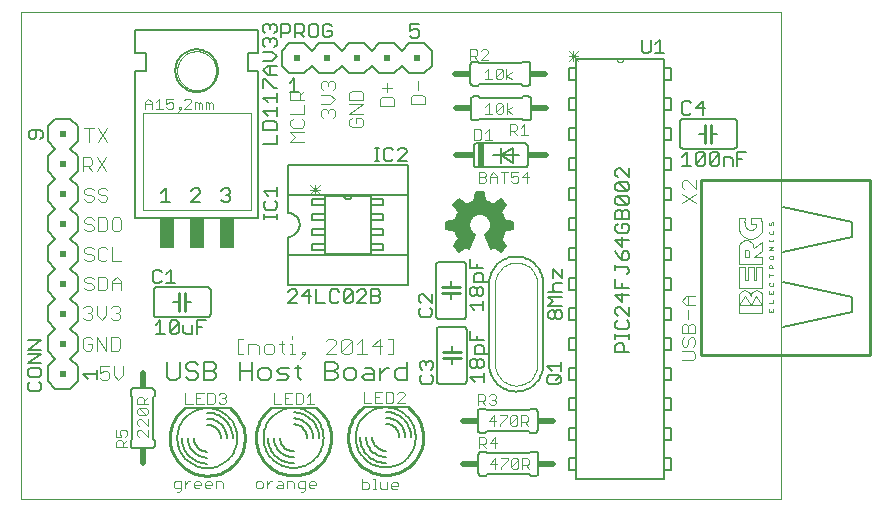
<source format=gto>
G75*
%MOIN*%
%OFA0B0*%
%FSLAX24Y24*%
%IPPOS*%
%LPD*%
%AMOC8*
5,1,8,0,0,1.08239X$1,22.5*
%
%ADD10C,0.0000*%
%ADD11C,0.0040*%
%ADD12C,0.0050*%
%ADD13C,0.0060*%
%ADD14C,0.0030*%
%ADD15C,0.0020*%
%ADD16R,0.0500X0.0350*%
%ADD17R,0.0500X0.0650*%
%ADD18C,0.0100*%
%ADD19C,0.0010*%
%ADD20R,0.0200X0.0200*%
%ADD21C,0.0080*%
%ADD22C,0.0200*%
%ADD23R,0.0200X0.0800*%
%ADD24R,0.0250X0.0200*%
%ADD25R,0.0150X0.0200*%
%ADD26R,0.0200X0.0150*%
D10*
X000101Y000101D02*
X000101Y016322D01*
X025416Y016322D01*
X025416Y000101D01*
X000101Y000101D01*
X005298Y014371D02*
X005300Y014421D01*
X005306Y014471D01*
X005316Y014521D01*
X005329Y014569D01*
X005346Y014617D01*
X005367Y014663D01*
X005391Y014707D01*
X005419Y014749D01*
X005450Y014789D01*
X005484Y014826D01*
X005521Y014861D01*
X005560Y014892D01*
X005601Y014921D01*
X005645Y014946D01*
X005691Y014968D01*
X005738Y014986D01*
X005786Y015000D01*
X005835Y015011D01*
X005885Y015018D01*
X005935Y015021D01*
X005986Y015020D01*
X006036Y015015D01*
X006086Y015006D01*
X006134Y014994D01*
X006182Y014977D01*
X006228Y014957D01*
X006273Y014934D01*
X006316Y014907D01*
X006356Y014877D01*
X006394Y014844D01*
X006429Y014808D01*
X006462Y014769D01*
X006491Y014728D01*
X006517Y014685D01*
X006540Y014640D01*
X006559Y014593D01*
X006574Y014545D01*
X006586Y014496D01*
X006594Y014446D01*
X006598Y014396D01*
X006598Y014346D01*
X006594Y014296D01*
X006586Y014246D01*
X006574Y014197D01*
X006559Y014149D01*
X006540Y014102D01*
X006517Y014057D01*
X006491Y014014D01*
X006462Y013973D01*
X006429Y013934D01*
X006394Y013898D01*
X006356Y013865D01*
X006316Y013835D01*
X006273Y013808D01*
X006228Y013785D01*
X006182Y013765D01*
X006134Y013748D01*
X006086Y013736D01*
X006036Y013727D01*
X005986Y013722D01*
X005935Y013721D01*
X005885Y013724D01*
X005835Y013731D01*
X005786Y013742D01*
X005738Y013756D01*
X005691Y013774D01*
X005645Y013796D01*
X005601Y013821D01*
X005560Y013850D01*
X005521Y013881D01*
X005484Y013916D01*
X005450Y013953D01*
X005419Y013993D01*
X005391Y014035D01*
X005367Y014079D01*
X005346Y014125D01*
X005329Y014173D01*
X005316Y014221D01*
X005306Y014271D01*
X005300Y014321D01*
X005298Y014371D01*
X019942Y014771D02*
X019944Y014750D01*
X019949Y014730D01*
X019958Y014711D01*
X019970Y014694D01*
X019985Y014679D01*
X020002Y014667D01*
X020021Y014658D01*
X020041Y014653D01*
X020062Y014651D01*
X020083Y014653D01*
X020103Y014658D01*
X020122Y014667D01*
X020139Y014679D01*
X020154Y014694D01*
X020166Y014711D01*
X020175Y014730D01*
X020180Y014750D01*
X020182Y014771D01*
X020180Y014750D01*
X020175Y014730D01*
X020166Y014711D01*
X020154Y014694D01*
X020139Y014679D01*
X020122Y014667D01*
X020103Y014658D01*
X020083Y014653D01*
X020062Y014651D01*
X020041Y014653D01*
X020021Y014658D01*
X020002Y014667D01*
X019985Y014679D01*
X019970Y014694D01*
X019958Y014711D01*
X019949Y014730D01*
X019944Y014750D01*
X019942Y014771D01*
D11*
X016448Y014328D02*
X016273Y014211D01*
X016448Y014094D01*
X016273Y014094D02*
X016273Y014445D01*
X016147Y014386D02*
X015914Y014153D01*
X015972Y014094D01*
X016089Y014094D01*
X016147Y014153D01*
X016147Y014386D01*
X016089Y014445D01*
X015972Y014445D01*
X015914Y014386D01*
X015914Y014153D01*
X015788Y014094D02*
X015555Y014094D01*
X015672Y014094D02*
X015672Y014445D01*
X015555Y014328D01*
X015665Y014733D02*
X015431Y014733D01*
X015665Y014967D01*
X015665Y015025D01*
X015607Y015083D01*
X015490Y015083D01*
X015431Y015025D01*
X015306Y015025D02*
X015306Y014908D01*
X015247Y014850D01*
X015072Y014850D01*
X015072Y014733D02*
X015072Y015083D01*
X015247Y015083D01*
X015306Y015025D01*
X015189Y014850D02*
X015306Y014733D01*
X013316Y014038D02*
X013316Y013731D01*
X013469Y013578D02*
X013162Y013578D01*
X013085Y013501D01*
X013085Y013271D01*
X013546Y013271D01*
X013546Y013501D01*
X013469Y013578D01*
X012522Y013422D02*
X012522Y013192D01*
X012062Y013192D01*
X012062Y013422D01*
X012139Y013499D01*
X012445Y013499D01*
X012522Y013422D01*
X012292Y013653D02*
X012292Y013959D01*
X012139Y013806D02*
X012445Y013806D01*
X011499Y013634D02*
X011499Y013404D01*
X011038Y013404D01*
X011038Y013634D01*
X011115Y013711D01*
X011422Y013711D01*
X011499Y013634D01*
X011499Y013251D02*
X011038Y013251D01*
X011038Y012944D02*
X011499Y013251D01*
X011499Y012944D02*
X011038Y012944D01*
X011115Y012790D02*
X011038Y012714D01*
X011038Y012560D01*
X011115Y012483D01*
X011422Y012483D01*
X011499Y012560D01*
X011499Y012714D01*
X011422Y012790D01*
X011268Y012790D01*
X011268Y012637D01*
X010554Y012875D02*
X010477Y012798D01*
X010554Y012875D02*
X010554Y013029D01*
X010477Y013105D01*
X010400Y013105D01*
X010324Y013029D01*
X010324Y012952D01*
X010324Y013029D02*
X010247Y013105D01*
X010170Y013105D01*
X010093Y013029D01*
X010093Y012875D01*
X010170Y012798D01*
X009530Y012702D02*
X009453Y012778D01*
X009530Y012702D02*
X009530Y012548D01*
X009453Y012471D01*
X009146Y012471D01*
X009070Y012548D01*
X009070Y012702D01*
X009146Y012778D01*
X009070Y012932D02*
X009530Y012932D01*
X009530Y013239D01*
X009530Y013392D02*
X009070Y013392D01*
X009070Y013622D01*
X009146Y013699D01*
X009300Y013699D01*
X009377Y013622D01*
X009377Y013392D01*
X009377Y013546D02*
X009530Y013699D01*
X010093Y013796D02*
X010093Y013949D01*
X010170Y014026D01*
X010247Y014026D01*
X010324Y013949D01*
X010400Y014026D01*
X010477Y014026D01*
X010554Y013949D01*
X010554Y013796D01*
X010477Y013719D01*
X010400Y013566D02*
X010093Y013566D01*
X010170Y013719D02*
X010093Y013796D01*
X010324Y013873D02*
X010324Y013949D01*
X010400Y013566D02*
X010554Y013412D01*
X010400Y013259D01*
X010093Y013259D01*
X009530Y012318D02*
X009070Y012318D01*
X009223Y012164D01*
X009070Y012011D01*
X009530Y012011D01*
X006486Y013091D02*
X006486Y013266D01*
X006428Y013325D01*
X006369Y013266D01*
X006369Y013091D01*
X006253Y013091D02*
X006253Y013325D01*
X006311Y013325D01*
X006369Y013266D01*
X006127Y013266D02*
X006127Y013091D01*
X006010Y013091D02*
X006010Y013266D01*
X006069Y013325D01*
X006127Y013266D01*
X006010Y013266D02*
X005952Y013325D01*
X005894Y013325D01*
X005894Y013091D01*
X005768Y013091D02*
X005534Y013091D01*
X005768Y013325D01*
X005768Y013383D01*
X005710Y013442D01*
X005593Y013442D01*
X005534Y013383D01*
X005169Y013442D02*
X004936Y013442D01*
X004936Y013266D01*
X005053Y013325D01*
X005111Y013325D01*
X005169Y013266D01*
X005169Y013150D01*
X005111Y013091D01*
X004994Y013091D01*
X004936Y013150D01*
X004810Y013091D02*
X004577Y013091D01*
X004694Y013091D02*
X004694Y013442D01*
X004577Y013325D01*
X004451Y013325D02*
X004451Y013091D01*
X004451Y013266D02*
X004218Y013266D01*
X004218Y013325D02*
X004334Y013442D01*
X004451Y013325D01*
X004218Y013325D02*
X004218Y013091D01*
X005295Y012975D02*
X005412Y013091D01*
X005353Y013091D01*
X005353Y013150D01*
X005412Y013150D01*
X005412Y013091D01*
X002975Y012471D02*
X002668Y012011D01*
X002361Y012011D02*
X002361Y012471D01*
X002208Y012471D02*
X002515Y012471D01*
X002668Y012471D02*
X002975Y012011D01*
X002936Y011487D02*
X002629Y011027D01*
X002475Y011027D02*
X002322Y011180D01*
X002399Y011180D02*
X002169Y011180D01*
X002169Y011027D02*
X002169Y011487D01*
X002399Y011487D01*
X002475Y011410D01*
X002475Y011257D01*
X002399Y011180D01*
X002629Y011487D02*
X002936Y011027D01*
X002898Y010464D02*
X002745Y010464D01*
X002668Y010387D01*
X002668Y010310D01*
X002745Y010233D01*
X002898Y010233D01*
X002975Y010157D01*
X002975Y010080D01*
X002898Y010003D01*
X002745Y010003D01*
X002668Y010080D01*
X002515Y010080D02*
X002438Y010003D01*
X002285Y010003D01*
X002208Y010080D01*
X002285Y010233D02*
X002208Y010310D01*
X002208Y010387D01*
X002285Y010464D01*
X002438Y010464D01*
X002515Y010387D01*
X002438Y010233D02*
X002515Y010157D01*
X002515Y010080D01*
X002438Y010233D02*
X002285Y010233D01*
X002898Y010464D02*
X002975Y010387D01*
X002898Y009479D02*
X002668Y009479D01*
X002668Y009019D01*
X002898Y009019D01*
X002975Y009096D01*
X002975Y009403D01*
X002898Y009479D01*
X003129Y009403D02*
X003129Y009096D01*
X003205Y009019D01*
X003359Y009019D01*
X003436Y009096D01*
X003436Y009403D01*
X003359Y009479D01*
X003205Y009479D01*
X003129Y009403D01*
X002515Y009403D02*
X002438Y009479D01*
X002285Y009479D01*
X002208Y009403D01*
X002208Y009326D01*
X002285Y009249D01*
X002438Y009249D01*
X002515Y009172D01*
X002515Y009096D01*
X002438Y009019D01*
X002285Y009019D01*
X002208Y009096D01*
X002285Y008495D02*
X002208Y008418D01*
X002208Y008342D01*
X002285Y008265D01*
X002438Y008265D01*
X002515Y008188D01*
X002515Y008111D01*
X002438Y008035D01*
X002285Y008035D01*
X002208Y008111D01*
X002285Y008495D02*
X002438Y008495D01*
X002515Y008418D01*
X002668Y008418D02*
X002668Y008111D01*
X002745Y008035D01*
X002898Y008035D01*
X002975Y008111D01*
X003129Y008035D02*
X003436Y008035D01*
X003129Y008035D02*
X003129Y008495D01*
X002975Y008418D02*
X002898Y008495D01*
X002745Y008495D01*
X002668Y008418D01*
X002668Y007511D02*
X002898Y007511D01*
X002975Y007434D01*
X002975Y007127D01*
X002898Y007050D01*
X002668Y007050D01*
X002668Y007511D01*
X002515Y007434D02*
X002438Y007511D01*
X002285Y007511D01*
X002208Y007434D01*
X002208Y007357D01*
X002285Y007281D01*
X002438Y007281D01*
X002515Y007204D01*
X002515Y007127D01*
X002438Y007050D01*
X002285Y007050D01*
X002208Y007127D01*
X003129Y007050D02*
X003129Y007357D01*
X003282Y007511D01*
X003436Y007357D01*
X003436Y007050D01*
X003436Y007281D02*
X003129Y007281D01*
X003166Y006527D02*
X003089Y006450D01*
X003166Y006527D02*
X003319Y006527D01*
X003396Y006450D01*
X003396Y006373D01*
X003319Y006296D01*
X003396Y006220D01*
X003396Y006143D01*
X003319Y006066D01*
X003166Y006066D01*
X003089Y006143D01*
X002936Y006220D02*
X002936Y006527D01*
X002629Y006527D02*
X002629Y006220D01*
X002782Y006066D01*
X002936Y006220D01*
X003243Y006296D02*
X003319Y006296D01*
X002475Y006220D02*
X002475Y006143D01*
X002399Y006066D01*
X002245Y006066D01*
X002169Y006143D01*
X002322Y006296D02*
X002399Y006296D01*
X002475Y006220D01*
X002399Y006296D02*
X002475Y006373D01*
X002475Y006450D01*
X002399Y006527D01*
X002245Y006527D01*
X002169Y006450D01*
X002245Y005503D02*
X002169Y005426D01*
X002169Y005119D01*
X002245Y005043D01*
X002399Y005043D01*
X002475Y005119D01*
X002475Y005273D01*
X002322Y005273D01*
X002475Y005426D02*
X002399Y005503D01*
X002245Y005503D01*
X002629Y005503D02*
X002936Y005043D01*
X002936Y005503D01*
X003089Y005503D02*
X003319Y005503D01*
X003396Y005426D01*
X003396Y005119D01*
X003319Y005043D01*
X003089Y005043D01*
X003089Y005503D01*
X002629Y005503D02*
X002629Y005043D01*
X002720Y004519D02*
X002720Y004288D01*
X002873Y004365D01*
X002950Y004365D01*
X003027Y004288D01*
X003027Y004135D01*
X002950Y004058D01*
X002796Y004058D01*
X002720Y004135D01*
X002720Y004519D02*
X003027Y004519D01*
X003180Y004519D02*
X003180Y004212D01*
X003334Y004058D01*
X003487Y004212D01*
X003487Y004519D01*
X004023Y003485D02*
X004139Y003485D01*
X004198Y003427D01*
X004198Y003251D01*
X004315Y003251D02*
X003964Y003251D01*
X003964Y003427D01*
X004023Y003485D01*
X004198Y003368D02*
X004315Y003485D01*
X004256Y003126D02*
X004315Y003068D01*
X004315Y002951D01*
X004256Y002892D01*
X004023Y003126D01*
X004256Y003126D01*
X004023Y003126D02*
X003964Y003068D01*
X003964Y002951D01*
X004023Y002892D01*
X004256Y002892D01*
X004315Y002767D02*
X004315Y002533D01*
X004081Y002767D01*
X004023Y002767D01*
X003964Y002708D01*
X003964Y002592D01*
X004023Y002533D01*
X004023Y002408D02*
X003964Y002349D01*
X003964Y002233D01*
X004023Y002174D01*
X004023Y002408D02*
X004081Y002408D01*
X004315Y002174D01*
X004315Y002408D01*
X003615Y002348D02*
X003615Y002232D01*
X003556Y002173D01*
X003439Y002173D02*
X003381Y002290D01*
X003381Y002348D01*
X003439Y002407D01*
X003556Y002407D01*
X003615Y002348D01*
X003439Y002173D02*
X003264Y002173D01*
X003264Y002407D01*
X003323Y002048D02*
X003439Y002048D01*
X003498Y001989D01*
X003498Y001814D01*
X003615Y001814D02*
X003264Y001814D01*
X003264Y001989D01*
X003323Y002048D01*
X003498Y001931D02*
X003615Y002048D01*
X005571Y003271D02*
X005811Y003271D01*
X005940Y003271D02*
X006180Y003271D01*
X006308Y003271D02*
X006488Y003271D01*
X006548Y003331D01*
X006548Y003571D01*
X006488Y003631D01*
X006308Y003631D01*
X006308Y003271D01*
X006060Y003451D02*
X005940Y003451D01*
X005940Y003631D02*
X005940Y003271D01*
X005571Y003271D02*
X005571Y003631D01*
X005940Y003631D02*
X006180Y003631D01*
X006676Y003571D02*
X006736Y003631D01*
X006856Y003631D01*
X006916Y003571D01*
X006916Y003511D01*
X006856Y003451D01*
X006916Y003391D01*
X006916Y003331D01*
X006856Y003271D01*
X006736Y003271D01*
X006676Y003331D01*
X006796Y003451D02*
X006856Y003451D01*
X008516Y003271D02*
X008756Y003271D01*
X008884Y003271D02*
X009125Y003271D01*
X009253Y003271D02*
X009433Y003271D01*
X009493Y003331D01*
X009493Y003571D01*
X009433Y003631D01*
X009253Y003631D01*
X009253Y003271D01*
X009005Y003451D02*
X008884Y003451D01*
X008884Y003631D02*
X008884Y003271D01*
X008516Y003271D02*
X008516Y003631D01*
X008884Y003631D02*
X009125Y003631D01*
X009621Y003511D02*
X009741Y003631D01*
X009741Y003271D01*
X009621Y003271D02*
X009861Y003271D01*
X011532Y003310D02*
X011772Y003310D01*
X011900Y003310D02*
X012140Y003310D01*
X012268Y003310D02*
X012449Y003310D01*
X012509Y003371D01*
X012509Y003611D01*
X012449Y003671D01*
X012268Y003671D01*
X012268Y003310D01*
X012020Y003491D02*
X011900Y003491D01*
X011900Y003671D02*
X011900Y003310D01*
X011532Y003310D02*
X011532Y003671D01*
X011900Y003671D02*
X012140Y003671D01*
X012637Y003611D02*
X012697Y003671D01*
X012817Y003671D01*
X012877Y003611D01*
X012877Y003551D01*
X012637Y003310D01*
X012877Y003310D01*
X015330Y003350D02*
X015505Y003350D01*
X015563Y003409D01*
X015563Y003526D01*
X015505Y003584D01*
X015330Y003584D01*
X015330Y003234D01*
X015447Y003350D02*
X015563Y003234D01*
X015689Y003292D02*
X015747Y003234D01*
X015864Y003234D01*
X015923Y003292D01*
X015923Y003350D01*
X015864Y003409D01*
X015806Y003409D01*
X015864Y003409D02*
X015923Y003467D01*
X015923Y003526D01*
X015864Y003584D01*
X015747Y003584D01*
X015689Y003526D01*
X015865Y002884D02*
X015690Y002709D01*
X015923Y002709D01*
X016049Y002592D02*
X016049Y002534D01*
X016049Y002592D02*
X016283Y002826D01*
X016283Y002884D01*
X016049Y002884D01*
X015865Y002884D02*
X015865Y002534D01*
X015892Y002151D02*
X015717Y001976D01*
X015950Y001976D01*
X015892Y001801D02*
X015892Y002151D01*
X015591Y002092D02*
X015591Y001976D01*
X015533Y001917D01*
X015357Y001917D01*
X015357Y001801D02*
X015357Y002151D01*
X015533Y002151D01*
X015591Y002092D01*
X015474Y001917D02*
X015591Y001801D01*
X015893Y001451D02*
X015717Y001276D01*
X015951Y001276D01*
X016077Y001159D02*
X016077Y001101D01*
X016077Y001159D02*
X016310Y001392D01*
X016310Y001451D01*
X016077Y001451D01*
X015893Y001451D02*
X015893Y001101D01*
X016436Y001159D02*
X016436Y001392D01*
X016494Y001451D01*
X016611Y001451D01*
X016669Y001392D01*
X016436Y001159D01*
X016494Y001101D01*
X016611Y001101D01*
X016669Y001159D01*
X016669Y001392D01*
X016795Y001451D02*
X016970Y001451D01*
X017028Y001392D01*
X017028Y001276D01*
X016970Y001217D01*
X016795Y001217D01*
X016795Y001101D02*
X016795Y001451D01*
X016912Y001217D02*
X017028Y001101D01*
X017001Y002534D02*
X016884Y002650D01*
X016942Y002650D02*
X016767Y002650D01*
X016767Y002534D02*
X016767Y002884D01*
X016942Y002884D01*
X017001Y002826D01*
X017001Y002709D01*
X016942Y002650D01*
X016642Y002592D02*
X016583Y002534D01*
X016467Y002534D01*
X016408Y002592D01*
X016642Y002826D01*
X016642Y002592D01*
X016408Y002592D02*
X016408Y002826D01*
X016467Y002884D01*
X016583Y002884D01*
X016642Y002826D01*
X012670Y000592D02*
X012670Y000532D01*
X012430Y000532D01*
X012430Y000592D02*
X012490Y000652D01*
X012610Y000652D01*
X012670Y000592D01*
X012610Y000412D02*
X012490Y000412D01*
X012430Y000472D01*
X012430Y000592D01*
X012302Y000652D02*
X012302Y000412D01*
X012122Y000412D01*
X012062Y000472D01*
X012062Y000652D01*
X011876Y000772D02*
X011876Y000412D01*
X011816Y000412D02*
X011936Y000412D01*
X011688Y000472D02*
X011688Y000592D01*
X011628Y000652D01*
X011448Y000652D01*
X011448Y000772D02*
X011448Y000412D01*
X011628Y000412D01*
X011688Y000472D01*
X011816Y000772D02*
X011876Y000772D01*
X009930Y000631D02*
X009930Y000571D01*
X009690Y000571D01*
X009690Y000511D02*
X009690Y000631D01*
X009750Y000691D01*
X009870Y000691D01*
X009930Y000631D01*
X009870Y000451D02*
X009750Y000451D01*
X009690Y000511D01*
X009562Y000451D02*
X009382Y000451D01*
X009321Y000511D01*
X009321Y000631D01*
X009382Y000691D01*
X009562Y000691D01*
X009562Y000391D01*
X009502Y000331D01*
X009442Y000331D01*
X009193Y000451D02*
X009193Y000631D01*
X009133Y000691D01*
X008953Y000691D01*
X008953Y000451D01*
X008825Y000451D02*
X008825Y000631D01*
X008765Y000691D01*
X008645Y000691D01*
X008645Y000571D02*
X008825Y000571D01*
X008825Y000451D02*
X008645Y000451D01*
X008585Y000511D01*
X008645Y000571D01*
X008458Y000691D02*
X008398Y000691D01*
X008278Y000571D01*
X008278Y000451D02*
X008278Y000691D01*
X008150Y000631D02*
X008090Y000691D01*
X007970Y000691D01*
X007910Y000631D01*
X007910Y000511D01*
X007970Y000451D01*
X008090Y000451D01*
X008150Y000511D01*
X008150Y000631D01*
X006828Y000631D02*
X006828Y000451D01*
X006828Y000631D02*
X006768Y000691D01*
X006587Y000691D01*
X006587Y000451D01*
X006459Y000571D02*
X006219Y000571D01*
X006219Y000511D02*
X006219Y000631D01*
X006279Y000691D01*
X006399Y000691D01*
X006459Y000631D01*
X006459Y000571D01*
X006399Y000451D02*
X006279Y000451D01*
X006219Y000511D01*
X006091Y000571D02*
X005851Y000571D01*
X005851Y000511D02*
X005851Y000631D01*
X005911Y000691D01*
X006031Y000691D01*
X006091Y000631D01*
X006091Y000571D01*
X006031Y000451D02*
X005911Y000451D01*
X005851Y000511D01*
X005724Y000691D02*
X005664Y000691D01*
X005544Y000571D01*
X005544Y000451D02*
X005544Y000691D01*
X005416Y000691D02*
X005236Y000691D01*
X005176Y000631D01*
X005176Y000511D01*
X005236Y000451D01*
X005416Y000451D01*
X005416Y000391D02*
X005416Y000691D01*
X005416Y000391D02*
X005356Y000331D01*
X005296Y000331D01*
X009389Y004751D02*
X009562Y004924D01*
X009475Y004924D01*
X009475Y005011D01*
X009562Y005011D01*
X009562Y004924D01*
X009218Y004924D02*
X009045Y004924D01*
X009132Y004924D02*
X009132Y005271D01*
X009045Y005271D01*
X008875Y005271D02*
X008701Y005271D01*
X008788Y005358D02*
X008788Y005011D01*
X008875Y004924D01*
X008532Y005011D02*
X008532Y005185D01*
X008446Y005271D01*
X008272Y005271D01*
X008185Y005185D01*
X008185Y005011D01*
X008272Y004924D01*
X008446Y004924D01*
X008532Y005011D01*
X008017Y004924D02*
X008017Y005185D01*
X007930Y005271D01*
X007670Y005271D01*
X007670Y004924D01*
X007499Y004924D02*
X007326Y004924D01*
X007326Y005445D01*
X007499Y005445D01*
X009132Y005445D02*
X009132Y005532D01*
X010248Y005358D02*
X010335Y005445D01*
X010508Y005445D01*
X010595Y005358D01*
X010595Y005271D01*
X010248Y004924D01*
X010595Y004924D01*
X010764Y005011D02*
X011111Y005358D01*
X011111Y005011D01*
X011024Y004924D01*
X010850Y004924D01*
X010764Y005011D01*
X010764Y005358D01*
X010850Y005445D01*
X011024Y005445D01*
X011111Y005358D01*
X011279Y005271D02*
X011453Y005445D01*
X011453Y004924D01*
X011626Y004924D02*
X011279Y004924D01*
X011795Y005185D02*
X012142Y005185D01*
X012055Y005445D02*
X011795Y005185D01*
X012055Y005445D02*
X012055Y004924D01*
X012311Y004924D02*
X012484Y004924D01*
X012484Y005445D01*
X012311Y005445D01*
X015359Y010642D02*
X015534Y010642D01*
X015593Y010701D01*
X015593Y010759D01*
X015534Y010817D01*
X015359Y010817D01*
X015359Y010642D02*
X015359Y010992D01*
X015534Y010992D01*
X015593Y010934D01*
X015593Y010876D01*
X015534Y010817D01*
X015718Y010817D02*
X015952Y010817D01*
X015952Y010876D02*
X015952Y010642D01*
X015952Y010876D02*
X015835Y010992D01*
X015718Y010876D01*
X015718Y010642D01*
X016194Y010642D02*
X016194Y010992D01*
X016077Y010992D02*
X016311Y010992D01*
X016436Y010992D02*
X016436Y010817D01*
X016553Y010876D01*
X016612Y010876D01*
X016670Y010817D01*
X016670Y010701D01*
X016612Y010642D01*
X016495Y010642D01*
X016436Y010701D01*
X016795Y010817D02*
X017029Y010817D01*
X016971Y010642D02*
X016971Y010992D01*
X016795Y010817D01*
X016670Y010992D02*
X016436Y010992D01*
X015794Y012074D02*
X015561Y012074D01*
X015677Y012074D02*
X015677Y012424D01*
X015561Y012308D01*
X015435Y012366D02*
X015377Y012424D01*
X015202Y012424D01*
X015202Y012074D01*
X015377Y012074D01*
X015435Y012132D01*
X015435Y012366D01*
X016391Y012354D02*
X016566Y012354D01*
X016625Y012412D01*
X016625Y012529D01*
X016566Y012587D01*
X016391Y012587D01*
X016391Y012237D01*
X016508Y012354D02*
X016625Y012237D01*
X016750Y012237D02*
X016984Y012237D01*
X016867Y012237D02*
X016867Y012587D01*
X016750Y012471D01*
X016468Y012937D02*
X016293Y013054D01*
X016468Y013171D01*
X016293Y013287D02*
X016293Y012937D01*
X016167Y012995D02*
X016109Y012937D01*
X015992Y012937D01*
X015934Y012995D01*
X016167Y013229D01*
X016167Y012995D01*
X015934Y012995D02*
X015934Y013229D01*
X015992Y013287D01*
X016109Y013287D01*
X016167Y013229D01*
X015808Y012937D02*
X015574Y012937D01*
X015691Y012937D02*
X015691Y013287D01*
X015574Y013171D01*
X022129Y010646D02*
X022129Y010493D01*
X022205Y010416D01*
X022129Y010263D02*
X022589Y009956D01*
X022589Y010263D02*
X022129Y009956D01*
X022589Y010416D02*
X022282Y010723D01*
X022205Y010723D01*
X022129Y010646D01*
X022589Y010723D02*
X022589Y010416D01*
X022572Y006861D02*
X022265Y006861D01*
X022111Y006708D01*
X022265Y006555D01*
X022572Y006555D01*
X022342Y006555D02*
X022342Y006861D01*
X022342Y006401D02*
X022342Y006094D01*
X022418Y005941D02*
X022495Y005941D01*
X022572Y005864D01*
X022572Y005634D01*
X022111Y005634D01*
X022111Y005864D01*
X022188Y005941D01*
X022265Y005941D01*
X022342Y005864D01*
X022342Y005634D01*
X022418Y005480D02*
X022495Y005480D01*
X022572Y005404D01*
X022572Y005250D01*
X022495Y005173D01*
X022495Y005020D02*
X022111Y005020D01*
X022188Y005173D02*
X022265Y005173D01*
X022342Y005250D01*
X022342Y005404D01*
X022418Y005480D01*
X022188Y005480D02*
X022111Y005404D01*
X022111Y005250D01*
X022188Y005173D01*
X022495Y005020D02*
X022572Y004943D01*
X022572Y004790D01*
X022495Y004713D01*
X022111Y004713D01*
X022342Y005864D02*
X022418Y005941D01*
D12*
X020359Y005974D02*
X020359Y005824D01*
X020284Y005749D01*
X019984Y005749D01*
X019908Y005824D01*
X019908Y005974D01*
X019984Y006049D01*
X019984Y006209D02*
X019908Y006284D01*
X019908Y006435D01*
X019984Y006510D01*
X020059Y006510D01*
X020359Y006209D01*
X020359Y006510D01*
X020134Y006670D02*
X020134Y006970D01*
X020134Y007130D02*
X020134Y007280D01*
X020359Y007130D02*
X019908Y007130D01*
X019908Y007430D01*
X019908Y007741D02*
X019908Y007891D01*
X019908Y007816D02*
X020284Y007816D01*
X020359Y007741D01*
X020359Y007666D01*
X020284Y007591D01*
X020284Y008051D02*
X020134Y008051D01*
X020134Y008276D01*
X020209Y008351D01*
X020284Y008351D01*
X020359Y008276D01*
X020359Y008126D01*
X020284Y008051D01*
X020134Y008051D02*
X019984Y008201D01*
X019908Y008351D01*
X020134Y008511D02*
X020134Y008812D01*
X019984Y008972D02*
X020284Y008972D01*
X020359Y009047D01*
X020359Y009197D01*
X020284Y009272D01*
X020134Y009272D01*
X020134Y009122D01*
X019984Y009272D02*
X019908Y009197D01*
X019908Y009047D01*
X019984Y008972D01*
X019908Y008736D02*
X020134Y008511D01*
X020359Y008736D02*
X019908Y008736D01*
X019908Y009432D02*
X019908Y009657D01*
X019984Y009732D01*
X020059Y009732D01*
X020134Y009657D01*
X020134Y009432D01*
X020359Y009432D02*
X020359Y009657D01*
X020284Y009732D01*
X020209Y009732D01*
X020134Y009657D01*
X020284Y009892D02*
X019984Y009892D01*
X019908Y009968D01*
X019908Y010118D01*
X019984Y010193D01*
X020284Y009892D01*
X020359Y009968D01*
X020359Y010118D01*
X020284Y010193D01*
X019984Y010193D01*
X019984Y010353D02*
X019908Y010428D01*
X019908Y010578D01*
X019984Y010653D01*
X020284Y010353D01*
X020359Y010428D01*
X020359Y010578D01*
X020284Y010653D01*
X019984Y010653D01*
X019984Y010813D02*
X019908Y010888D01*
X019908Y011038D01*
X019984Y011114D01*
X020059Y011114D01*
X020359Y010813D01*
X020359Y011114D01*
X020284Y010353D02*
X019984Y010353D01*
X019908Y009432D02*
X020359Y009432D01*
X022132Y011203D02*
X022432Y011203D01*
X022282Y011203D02*
X022282Y011654D01*
X022132Y011504D01*
X022592Y011579D02*
X022592Y011278D01*
X022892Y011579D01*
X022892Y011278D01*
X022817Y011203D01*
X022667Y011203D01*
X022592Y011278D01*
X023053Y011278D02*
X023353Y011579D01*
X023353Y011278D01*
X023278Y011203D01*
X023128Y011203D01*
X023053Y011278D01*
X023053Y011579D01*
X023128Y011654D01*
X023278Y011654D01*
X023353Y011579D01*
X023513Y011504D02*
X023738Y011504D01*
X023813Y011429D01*
X023813Y011203D01*
X023973Y011203D02*
X023973Y011654D01*
X024274Y011654D01*
X024123Y011429D02*
X023973Y011429D01*
X023513Y011504D02*
X023513Y011203D01*
X022892Y011579D02*
X022817Y011654D01*
X022667Y011654D01*
X022592Y011579D01*
X022817Y012903D02*
X022817Y013354D01*
X022592Y013129D01*
X022892Y013129D01*
X022432Y013279D02*
X022357Y013354D01*
X022207Y013354D01*
X022132Y013279D01*
X022132Y012978D01*
X022207Y012903D01*
X022357Y012903D01*
X022432Y012978D01*
X021538Y014948D02*
X021238Y014948D01*
X021388Y014948D02*
X021388Y015398D01*
X021238Y015248D01*
X021077Y015398D02*
X021077Y015023D01*
X021002Y014948D01*
X020852Y014948D01*
X020777Y015023D01*
X020777Y015398D01*
X013354Y015544D02*
X013279Y015469D01*
X013128Y015469D01*
X013053Y015544D01*
X013053Y015694D02*
X013204Y015769D01*
X013279Y015769D01*
X013354Y015694D01*
X013354Y015544D01*
X013053Y015694D02*
X013053Y015920D01*
X013354Y015920D01*
X010449Y015856D02*
X010374Y015931D01*
X010224Y015931D01*
X010149Y015856D01*
X010149Y015555D01*
X010224Y015480D01*
X010374Y015480D01*
X010449Y015555D01*
X010449Y015705D01*
X010299Y015705D01*
X009989Y015555D02*
X009989Y015856D01*
X009914Y015931D01*
X009764Y015931D01*
X009689Y015856D01*
X009689Y015555D01*
X009764Y015480D01*
X009914Y015480D01*
X009989Y015555D01*
X009529Y015480D02*
X009379Y015630D01*
X009454Y015630D02*
X009228Y015630D01*
X009228Y015480D02*
X009228Y015931D01*
X009454Y015931D01*
X009529Y015856D01*
X009529Y015705D01*
X009454Y015630D01*
X009068Y015705D02*
X009068Y015856D01*
X008993Y015931D01*
X008768Y015931D01*
X008768Y015480D01*
X008768Y015630D02*
X008993Y015630D01*
X009068Y015705D01*
X008616Y015701D02*
X008616Y015851D01*
X008541Y015926D01*
X008466Y015926D01*
X008390Y015851D01*
X008390Y015776D01*
X008390Y015851D02*
X008315Y015926D01*
X008240Y015926D01*
X008165Y015851D01*
X008165Y015701D01*
X008240Y015626D01*
X008240Y015465D02*
X008315Y015465D01*
X008390Y015390D01*
X008466Y015465D01*
X008541Y015465D01*
X008616Y015390D01*
X008616Y015240D01*
X008541Y015165D01*
X008466Y015005D02*
X008165Y015005D01*
X008240Y015165D02*
X008165Y015240D01*
X008165Y015390D01*
X008240Y015465D01*
X008390Y015390D02*
X008390Y015315D01*
X008466Y015005D02*
X008616Y014855D01*
X008466Y014705D01*
X008165Y014705D01*
X008315Y014545D02*
X008616Y014545D01*
X008390Y014545D02*
X008390Y014244D01*
X008315Y014244D02*
X008165Y014394D01*
X008315Y014545D01*
X008315Y014244D02*
X008616Y014244D01*
X008240Y014084D02*
X008541Y013784D01*
X008616Y013784D01*
X008616Y013624D02*
X008616Y013324D01*
X008616Y013474D02*
X008165Y013474D01*
X008315Y013324D01*
X008616Y013163D02*
X008616Y012863D01*
X008616Y013013D02*
X008165Y013013D01*
X008315Y012863D01*
X008240Y012703D02*
X008165Y012628D01*
X008165Y012403D01*
X008616Y012403D01*
X008616Y012628D01*
X008541Y012703D01*
X008240Y012703D01*
X008616Y012243D02*
X008616Y011942D01*
X008165Y011942D01*
X008639Y010501D02*
X008639Y010201D01*
X008639Y010351D02*
X008189Y010351D01*
X008339Y010201D01*
X008264Y010041D02*
X008189Y009965D01*
X008189Y009815D01*
X008264Y009740D01*
X008564Y009740D01*
X008639Y009815D01*
X008639Y009965D01*
X008564Y010041D01*
X008639Y009583D02*
X008639Y009433D01*
X008639Y009508D02*
X008189Y009508D01*
X008189Y009433D02*
X008189Y009583D01*
X007073Y010071D02*
X006998Y009996D01*
X006848Y009996D01*
X006773Y010071D01*
X006923Y010222D02*
X006998Y010222D01*
X007073Y010146D01*
X007073Y010071D01*
X006998Y010222D02*
X007073Y010297D01*
X007073Y010372D01*
X006998Y010447D01*
X006848Y010447D01*
X006773Y010372D01*
X006073Y010372D02*
X005998Y010447D01*
X005848Y010447D01*
X005773Y010372D01*
X006073Y010372D02*
X006073Y010297D01*
X005773Y009996D01*
X006073Y009996D01*
X005073Y009996D02*
X004773Y009996D01*
X004923Y009996D02*
X004923Y010447D01*
X004773Y010297D01*
X000816Y012178D02*
X000816Y012329D01*
X000741Y012404D01*
X000441Y012404D01*
X000366Y012329D01*
X000366Y012178D01*
X000441Y012103D01*
X000516Y012103D01*
X000591Y012178D01*
X000591Y012404D01*
X000816Y012178D02*
X000741Y012103D01*
X008165Y013784D02*
X008165Y014084D01*
X008240Y014084D01*
X009053Y013969D02*
X009204Y014120D01*
X009204Y013669D01*
X009354Y013669D02*
X009053Y013669D01*
X011878Y011801D02*
X012028Y011801D01*
X011953Y011801D02*
X011953Y011350D01*
X011878Y011350D02*
X012028Y011350D01*
X012185Y011425D02*
X012260Y011350D01*
X012410Y011350D01*
X012485Y011425D01*
X012645Y011350D02*
X012945Y011651D01*
X012945Y011726D01*
X012870Y011801D01*
X012720Y011801D01*
X012645Y011726D01*
X012485Y011726D02*
X012410Y011801D01*
X012260Y011801D01*
X012185Y011726D01*
X012185Y011425D01*
X012645Y011350D02*
X012945Y011350D01*
X015053Y008089D02*
X015053Y007789D01*
X015503Y007789D01*
X015428Y007628D02*
X015278Y007628D01*
X015203Y007553D01*
X015203Y007328D01*
X015653Y007328D01*
X015503Y007328D02*
X015503Y007553D01*
X015428Y007628D01*
X015278Y007789D02*
X015278Y007939D01*
X015353Y007168D02*
X015428Y007168D01*
X015503Y007093D01*
X015503Y006943D01*
X015428Y006868D01*
X015353Y006868D01*
X015278Y006943D01*
X015278Y007093D01*
X015353Y007168D01*
X015278Y007093D02*
X015203Y007168D01*
X015128Y007168D01*
X015053Y007093D01*
X015053Y006943D01*
X015128Y006868D01*
X015203Y006868D01*
X015278Y006943D01*
X015503Y006708D02*
X015503Y006407D01*
X015503Y006557D02*
X015053Y006557D01*
X015203Y006407D01*
X015065Y005689D02*
X015065Y005389D01*
X015516Y005389D01*
X015441Y005229D02*
X015290Y005229D01*
X015215Y005153D01*
X015215Y004928D01*
X015666Y004928D01*
X015516Y004928D02*
X015516Y005153D01*
X015441Y005229D01*
X015290Y005389D02*
X015290Y005539D01*
X015215Y004768D02*
X015290Y004693D01*
X015290Y004543D01*
X015215Y004468D01*
X015140Y004468D01*
X015065Y004543D01*
X015065Y004693D01*
X015140Y004768D01*
X015215Y004768D01*
X015290Y004693D02*
X015366Y004768D01*
X015441Y004768D01*
X015516Y004693D01*
X015516Y004543D01*
X015441Y004468D01*
X015366Y004468D01*
X015290Y004543D01*
X015516Y004308D02*
X015516Y004008D01*
X015516Y004158D02*
X015065Y004158D01*
X015215Y004008D01*
X013830Y004019D02*
X013755Y003944D01*
X013454Y003944D01*
X013379Y004019D01*
X013379Y004169D01*
X013454Y004244D01*
X013454Y004404D02*
X013379Y004480D01*
X013379Y004630D01*
X013454Y004705D01*
X013530Y004705D01*
X013605Y004630D01*
X013680Y004705D01*
X013755Y004705D01*
X013830Y004630D01*
X013830Y004480D01*
X013755Y004404D01*
X013755Y004244D02*
X013830Y004169D01*
X013830Y004019D01*
X013605Y004555D02*
X013605Y004630D01*
X012972Y004674D02*
X012972Y004063D01*
X012667Y004063D01*
X012565Y004165D01*
X012565Y004369D01*
X012667Y004470D01*
X012972Y004470D01*
X012364Y004470D02*
X012262Y004470D01*
X012059Y004267D01*
X011858Y004267D02*
X011553Y004267D01*
X011451Y004165D01*
X011553Y004063D01*
X011858Y004063D01*
X011858Y004369D01*
X011756Y004470D01*
X011553Y004470D01*
X011250Y004369D02*
X011149Y004470D01*
X010945Y004470D01*
X010843Y004369D01*
X010843Y004165D01*
X010945Y004063D01*
X011149Y004063D01*
X011250Y004165D01*
X011250Y004369D01*
X010643Y004470D02*
X010541Y004369D01*
X010236Y004369D01*
X010541Y004369D02*
X010643Y004267D01*
X010643Y004165D01*
X010541Y004063D01*
X010236Y004063D01*
X010236Y004674D01*
X010541Y004674D01*
X010643Y004572D01*
X010643Y004470D01*
X009426Y004470D02*
X009223Y004470D01*
X009325Y004572D02*
X009325Y004165D01*
X009426Y004063D01*
X009022Y004165D02*
X008920Y004063D01*
X008615Y004063D01*
X008414Y004165D02*
X008414Y004369D01*
X008313Y004470D01*
X008109Y004470D01*
X008007Y004369D01*
X008007Y004165D01*
X008109Y004063D01*
X008313Y004063D01*
X008414Y004165D01*
X008615Y004369D02*
X008717Y004470D01*
X009022Y004470D01*
X008717Y004267D02*
X008615Y004369D01*
X008717Y004267D02*
X008920Y004267D01*
X009022Y004165D01*
X007807Y004063D02*
X007807Y004674D01*
X007807Y004369D02*
X007400Y004369D01*
X007400Y004674D02*
X007400Y004063D01*
X006591Y004165D02*
X006489Y004063D01*
X006184Y004063D01*
X006184Y004674D01*
X006489Y004674D01*
X006591Y004572D01*
X006591Y004470D01*
X006489Y004369D01*
X006184Y004369D01*
X005984Y004267D02*
X005984Y004165D01*
X005882Y004063D01*
X005678Y004063D01*
X005576Y004165D01*
X005376Y004165D02*
X005274Y004063D01*
X005071Y004063D01*
X004969Y004165D01*
X004969Y004674D01*
X005376Y004674D02*
X005376Y004165D01*
X005678Y004369D02*
X005882Y004369D01*
X005984Y004267D01*
X005678Y004369D02*
X005576Y004470D01*
X005576Y004572D01*
X005678Y004674D01*
X005882Y004674D01*
X005984Y004572D01*
X006489Y004369D02*
X006591Y004267D01*
X006591Y004165D01*
X005964Y005596D02*
X005964Y006047D01*
X006264Y006047D01*
X006114Y005822D02*
X005964Y005822D01*
X005803Y005897D02*
X005803Y005596D01*
X005578Y005596D01*
X005503Y005671D01*
X005503Y005897D01*
X005343Y005972D02*
X005343Y005671D01*
X005268Y005596D01*
X005118Y005596D01*
X005043Y005671D01*
X005343Y005972D01*
X005268Y006047D01*
X005118Y006047D01*
X005043Y005972D01*
X005043Y005671D01*
X004883Y005596D02*
X004582Y005596D01*
X004732Y005596D02*
X004732Y006047D01*
X004582Y005897D01*
X004555Y007282D02*
X004705Y007282D01*
X004780Y007357D01*
X004940Y007282D02*
X005240Y007282D01*
X005090Y007282D02*
X005090Y007733D01*
X004940Y007582D01*
X004780Y007657D02*
X004705Y007733D01*
X004555Y007733D01*
X004479Y007657D01*
X004479Y007357D01*
X004555Y007282D01*
X000766Y005379D02*
X000315Y005379D01*
X000315Y005078D02*
X000766Y005379D01*
X000766Y005078D02*
X000315Y005078D01*
X000315Y004918D02*
X000766Y004918D01*
X000315Y004618D01*
X000766Y004618D01*
X000691Y004458D02*
X000390Y004458D01*
X000315Y004383D01*
X000315Y004233D01*
X000390Y004158D01*
X000691Y004158D01*
X000766Y004233D01*
X000766Y004383D01*
X000691Y004458D01*
X000691Y003997D02*
X000766Y003922D01*
X000766Y003772D01*
X000691Y003697D01*
X000390Y003697D01*
X000315Y003772D01*
X000315Y003922D01*
X000390Y003997D01*
X002166Y004254D02*
X002616Y004254D01*
X002616Y004404D02*
X002616Y004103D01*
X002316Y004103D02*
X002166Y004254D01*
X009005Y006631D02*
X009305Y006931D01*
X009305Y007006D01*
X009230Y007081D01*
X009080Y007081D01*
X009005Y007006D01*
X009005Y006631D02*
X009305Y006631D01*
X009465Y006856D02*
X009766Y006856D01*
X009691Y006631D02*
X009691Y007081D01*
X009465Y006856D01*
X009926Y006631D02*
X010226Y006631D01*
X010386Y006706D02*
X010461Y006631D01*
X010611Y006631D01*
X010686Y006706D01*
X010847Y006706D02*
X011147Y007006D01*
X011147Y006706D01*
X011072Y006631D01*
X010922Y006631D01*
X010847Y006706D01*
X010847Y007006D01*
X010922Y007081D01*
X011072Y007081D01*
X011147Y007006D01*
X011307Y007006D02*
X011382Y007081D01*
X011532Y007081D01*
X011607Y007006D01*
X011607Y006931D01*
X011307Y006631D01*
X011607Y006631D01*
X011767Y006631D02*
X011993Y006631D01*
X012068Y006706D01*
X012068Y006781D01*
X011993Y006856D01*
X011767Y006856D01*
X011767Y006631D02*
X011767Y007081D01*
X011993Y007081D01*
X012068Y007006D01*
X012068Y006931D01*
X011993Y006856D01*
X013353Y006857D02*
X013353Y006707D01*
X013428Y006632D01*
X013428Y006471D02*
X013353Y006396D01*
X013353Y006246D01*
X013428Y006171D01*
X013728Y006171D01*
X013803Y006246D01*
X013803Y006396D01*
X013728Y006471D01*
X013803Y006632D02*
X013503Y006932D01*
X013428Y006932D01*
X013353Y006857D01*
X013803Y006932D02*
X013803Y006632D01*
X010686Y007006D02*
X010611Y007081D01*
X010461Y007081D01*
X010386Y007006D01*
X010386Y006706D01*
X009926Y006631D02*
X009926Y007081D01*
X012059Y004470D02*
X012059Y004063D01*
X017631Y003989D02*
X017631Y004139D01*
X017706Y004214D01*
X018006Y004214D01*
X018081Y004139D01*
X018081Y003989D01*
X018006Y003914D01*
X017706Y003914D01*
X017631Y003989D01*
X017931Y004064D02*
X018081Y004214D01*
X018081Y004374D02*
X018081Y004674D01*
X018081Y004524D02*
X017631Y004524D01*
X017781Y004374D01*
X019908Y004982D02*
X019908Y005207D01*
X019984Y005282D01*
X020134Y005282D01*
X020209Y005207D01*
X020209Y004982D01*
X020359Y004982D02*
X019908Y004982D01*
X019908Y005442D02*
X019908Y005592D01*
X019908Y005517D02*
X020359Y005517D01*
X020359Y005442D02*
X020359Y005592D01*
X020359Y005974D02*
X020284Y006049D01*
X020134Y006670D02*
X019908Y006895D01*
X020359Y006895D01*
X018122Y006840D02*
X017672Y006840D01*
X017822Y006690D01*
X017672Y006539D01*
X018122Y006539D01*
X018047Y006379D02*
X017972Y006379D01*
X017897Y006304D01*
X017897Y006154D01*
X017822Y006079D01*
X017747Y006079D01*
X017672Y006154D01*
X017672Y006304D01*
X017747Y006379D01*
X017822Y006379D01*
X017897Y006304D01*
X017897Y006154D02*
X017972Y006079D01*
X018047Y006079D01*
X018122Y006154D01*
X018122Y006304D01*
X018047Y006379D01*
X018122Y007000D02*
X017672Y007000D01*
X017822Y007075D02*
X017822Y007225D01*
X017897Y007300D01*
X018122Y007300D01*
X018122Y007460D02*
X018122Y007760D01*
X017822Y007760D02*
X018122Y007460D01*
X017822Y007460D02*
X017822Y007760D01*
X017822Y007075D02*
X017897Y007000D01*
X008616Y015701D02*
X008541Y015626D01*
D13*
X007998Y015721D02*
X007998Y014971D01*
X007648Y014971D01*
X007648Y014371D01*
X007998Y014371D01*
X007998Y009471D01*
X003898Y009471D01*
X003898Y014371D01*
X004248Y014371D01*
X004248Y014971D01*
X003898Y014971D01*
X003898Y015721D01*
X007998Y015721D01*
X008778Y015044D02*
X009028Y015294D01*
X009528Y015294D01*
X009778Y015044D01*
X010028Y015294D01*
X010528Y015294D01*
X010778Y015044D01*
X011028Y015294D01*
X011528Y015294D01*
X011778Y015044D01*
X012028Y015294D01*
X012528Y015294D01*
X012778Y015044D01*
X013028Y015294D01*
X013528Y015294D01*
X013778Y015044D01*
X013778Y014544D01*
X013528Y014294D01*
X013028Y014294D01*
X012778Y014544D01*
X012528Y014294D01*
X012028Y014294D01*
X011778Y014544D01*
X011528Y014294D01*
X011028Y014294D01*
X010778Y014544D01*
X010528Y014294D01*
X010028Y014294D01*
X009778Y014544D01*
X009528Y014294D01*
X009028Y014294D01*
X008778Y014544D01*
X008778Y015044D01*
X005238Y014371D02*
X005240Y014424D01*
X005246Y014477D01*
X005256Y014529D01*
X005270Y014580D01*
X005287Y014630D01*
X005308Y014679D01*
X005333Y014726D01*
X005361Y014771D01*
X005393Y014814D01*
X005428Y014854D01*
X005465Y014891D01*
X005505Y014926D01*
X005548Y014958D01*
X005593Y014986D01*
X005640Y015011D01*
X005689Y015032D01*
X005739Y015049D01*
X005790Y015063D01*
X005842Y015073D01*
X005895Y015079D01*
X005948Y015081D01*
X006001Y015079D01*
X006054Y015073D01*
X006106Y015063D01*
X006157Y015049D01*
X006207Y015032D01*
X006256Y015011D01*
X006303Y014986D01*
X006348Y014958D01*
X006391Y014926D01*
X006431Y014891D01*
X006468Y014854D01*
X006503Y014814D01*
X006535Y014771D01*
X006563Y014726D01*
X006588Y014679D01*
X006609Y014630D01*
X006626Y014580D01*
X006640Y014529D01*
X006650Y014477D01*
X006656Y014424D01*
X006658Y014371D01*
X006656Y014318D01*
X006650Y014265D01*
X006640Y014213D01*
X006626Y014162D01*
X006609Y014112D01*
X006588Y014063D01*
X006563Y014016D01*
X006535Y013971D01*
X006503Y013928D01*
X006468Y013888D01*
X006431Y013851D01*
X006391Y013816D01*
X006348Y013784D01*
X006303Y013756D01*
X006256Y013731D01*
X006207Y013710D01*
X006157Y013693D01*
X006106Y013679D01*
X006054Y013669D01*
X006001Y013663D01*
X005948Y013661D01*
X005895Y013663D01*
X005842Y013669D01*
X005790Y013679D01*
X005739Y013693D01*
X005689Y013710D01*
X005640Y013731D01*
X005593Y013756D01*
X005548Y013784D01*
X005505Y013816D01*
X005465Y013851D01*
X005428Y013888D01*
X005393Y013928D01*
X005361Y013971D01*
X005333Y014016D01*
X005308Y014063D01*
X005287Y014112D01*
X005270Y014162D01*
X005256Y014213D01*
X005246Y014265D01*
X005240Y014318D01*
X005238Y014371D01*
X001991Y012528D02*
X001991Y012028D01*
X001741Y011778D01*
X001991Y011528D01*
X001991Y011028D01*
X001741Y010778D01*
X001991Y010528D01*
X001991Y010028D01*
X001741Y009778D01*
X001991Y009528D01*
X001991Y009028D01*
X001741Y008778D01*
X001991Y008528D01*
X001991Y008028D01*
X001741Y007778D01*
X001991Y007528D01*
X001991Y007028D01*
X001741Y006778D01*
X001991Y006528D01*
X001991Y006028D01*
X001741Y005778D01*
X001991Y005528D01*
X001991Y005028D01*
X001741Y004778D01*
X001991Y004528D01*
X001991Y004028D01*
X001741Y003778D01*
X001241Y003778D01*
X000991Y004028D01*
X000991Y004528D01*
X001241Y004778D01*
X000991Y005028D01*
X000991Y005528D01*
X001241Y005778D01*
X000991Y006028D01*
X000991Y006528D01*
X001241Y006778D01*
X000991Y007028D01*
X000991Y007528D01*
X001241Y007778D01*
X000991Y008028D01*
X000991Y008528D01*
X001241Y008778D01*
X000991Y009028D01*
X000991Y009528D01*
X001241Y009778D01*
X000991Y010028D01*
X000991Y010528D01*
X001241Y010778D01*
X000991Y011028D01*
X000991Y011528D01*
X001241Y011778D01*
X000991Y012028D01*
X000991Y012528D01*
X001241Y012778D01*
X001741Y012778D01*
X001991Y012528D01*
X008983Y011235D02*
X008983Y010235D01*
X008983Y009635D01*
X009022Y009633D01*
X009061Y009627D01*
X009099Y009618D01*
X009136Y009605D01*
X009172Y009588D01*
X009205Y009568D01*
X009237Y009544D01*
X009266Y009518D01*
X009292Y009489D01*
X009316Y009457D01*
X009336Y009424D01*
X009353Y009388D01*
X009366Y009351D01*
X009375Y009313D01*
X009381Y009274D01*
X009383Y009235D01*
X009381Y009196D01*
X009375Y009157D01*
X009366Y009119D01*
X009353Y009082D01*
X009336Y009046D01*
X009316Y009013D01*
X009292Y008981D01*
X009266Y008952D01*
X009237Y008926D01*
X009205Y008902D01*
X009172Y008882D01*
X009136Y008865D01*
X009099Y008852D01*
X009061Y008843D01*
X009022Y008837D01*
X008983Y008835D01*
X008983Y008235D01*
X012983Y008235D01*
X012983Y007235D01*
X008983Y007235D01*
X008983Y008235D01*
X009803Y008385D02*
X009803Y008585D01*
X010213Y008585D01*
X010213Y008385D01*
X009803Y008385D01*
X010213Y008275D02*
X010213Y010195D01*
X011753Y010195D01*
X011753Y008275D01*
X010213Y008275D01*
X010523Y008275D02*
X011443Y008275D01*
X011753Y008385D02*
X012163Y008385D01*
X012163Y008585D01*
X011753Y008585D01*
X011753Y008385D01*
X011753Y008885D02*
X012163Y008885D01*
X012163Y009085D01*
X011753Y009085D01*
X011753Y008885D01*
X011753Y009385D02*
X012163Y009385D01*
X012163Y009585D01*
X011753Y009585D01*
X011753Y009385D01*
X011753Y009885D02*
X012163Y009885D01*
X012163Y010085D01*
X011753Y010085D01*
X011753Y009885D01*
X011443Y010195D02*
X010523Y010195D01*
X010213Y010085D02*
X009803Y010085D01*
X009803Y009885D01*
X010213Y009885D01*
X010213Y010085D01*
X010213Y009585D02*
X009803Y009585D01*
X009803Y009385D01*
X010213Y009385D01*
X010213Y009585D01*
X010213Y009085D02*
X009803Y009085D01*
X009803Y008885D01*
X010213Y008885D01*
X010213Y009085D01*
X010863Y010195D02*
X010866Y010174D01*
X010872Y010154D01*
X010882Y010136D01*
X010894Y010119D01*
X010910Y010105D01*
X010927Y010094D01*
X010947Y010086D01*
X010967Y010081D01*
X010988Y010080D01*
X011009Y010083D01*
X011029Y010089D01*
X011047Y010099D01*
X011064Y010111D01*
X011078Y010127D01*
X011089Y010144D01*
X011097Y010164D01*
X011102Y010184D01*
X011103Y010205D01*
X011102Y010184D01*
X011097Y010164D01*
X011089Y010144D01*
X011078Y010127D01*
X011064Y010111D01*
X011047Y010099D01*
X011029Y010089D01*
X011009Y010083D01*
X010988Y010080D01*
X010967Y010081D01*
X010947Y010086D01*
X010927Y010094D01*
X010910Y010105D01*
X010894Y010119D01*
X010882Y010136D01*
X010872Y010154D01*
X010866Y010174D01*
X010863Y010195D01*
X008983Y010235D02*
X012983Y010235D01*
X012983Y008235D01*
X013928Y007896D02*
X013928Y006196D01*
X013930Y006179D01*
X013934Y006162D01*
X013941Y006146D01*
X013951Y006132D01*
X013964Y006119D01*
X013978Y006109D01*
X013994Y006102D01*
X014011Y006098D01*
X014028Y006096D01*
X014828Y006096D01*
X014845Y006098D01*
X014862Y006102D01*
X014878Y006109D01*
X014892Y006119D01*
X014905Y006132D01*
X014915Y006146D01*
X014922Y006162D01*
X014926Y006179D01*
X014928Y006196D01*
X014928Y007896D01*
X014926Y007913D01*
X014922Y007930D01*
X014915Y007946D01*
X014905Y007960D01*
X014892Y007973D01*
X014878Y007983D01*
X014862Y007990D01*
X014845Y007994D01*
X014828Y007996D01*
X014028Y007996D01*
X014011Y007994D01*
X013994Y007990D01*
X013978Y007983D01*
X013964Y007973D01*
X013951Y007960D01*
X013941Y007946D01*
X013934Y007930D01*
X013930Y007913D01*
X013928Y007896D01*
X014428Y007346D02*
X014428Y007196D01*
X014428Y007146D01*
X014428Y006946D02*
X014428Y006896D01*
X014428Y006746D01*
X014048Y005835D02*
X014848Y005835D01*
X014865Y005833D01*
X014882Y005829D01*
X014898Y005822D01*
X014912Y005812D01*
X014925Y005799D01*
X014935Y005785D01*
X014942Y005769D01*
X014946Y005752D01*
X014948Y005735D01*
X014948Y004035D01*
X014946Y004018D01*
X014942Y004001D01*
X014935Y003985D01*
X014925Y003971D01*
X014912Y003958D01*
X014898Y003948D01*
X014882Y003941D01*
X014865Y003937D01*
X014848Y003935D01*
X014048Y003935D01*
X014031Y003937D01*
X014014Y003941D01*
X013998Y003948D01*
X013984Y003958D01*
X013971Y003971D01*
X013961Y003985D01*
X013954Y004001D01*
X013950Y004018D01*
X013948Y004035D01*
X013948Y005735D01*
X013950Y005752D01*
X013954Y005769D01*
X013961Y005785D01*
X013971Y005799D01*
X013984Y005812D01*
X013998Y005822D01*
X014014Y005829D01*
X014031Y005833D01*
X014048Y005835D01*
X014448Y005185D02*
X014448Y005035D01*
X014448Y004985D01*
X014448Y004785D02*
X014448Y004735D01*
X014448Y004585D01*
X015697Y004578D02*
X015697Y007278D01*
X015699Y007337D01*
X015705Y007395D01*
X015714Y007454D01*
X015728Y007511D01*
X015745Y007567D01*
X015766Y007622D01*
X015790Y007676D01*
X015818Y007728D01*
X015849Y007778D01*
X015883Y007826D01*
X015920Y007871D01*
X015961Y007914D01*
X016004Y007955D01*
X016049Y007992D01*
X016097Y008026D01*
X016147Y008057D01*
X016199Y008085D01*
X016253Y008109D01*
X016308Y008130D01*
X016364Y008147D01*
X016421Y008161D01*
X016480Y008170D01*
X016538Y008176D01*
X016597Y008178D01*
X016656Y008176D01*
X016714Y008170D01*
X016773Y008161D01*
X016830Y008147D01*
X016886Y008130D01*
X016941Y008109D01*
X016995Y008085D01*
X017047Y008057D01*
X017097Y008026D01*
X017145Y007992D01*
X017190Y007955D01*
X017233Y007914D01*
X017274Y007871D01*
X017311Y007826D01*
X017345Y007778D01*
X017376Y007728D01*
X017404Y007676D01*
X017428Y007622D01*
X017449Y007567D01*
X017466Y007511D01*
X017480Y007454D01*
X017489Y007395D01*
X017495Y007337D01*
X017497Y007278D01*
X017497Y004578D01*
X018372Y004471D02*
X018372Y004071D01*
X018592Y004071D01*
X018592Y004471D01*
X018372Y004471D01*
X018582Y004701D02*
X018582Y004841D01*
X018592Y005071D02*
X018372Y005071D01*
X018372Y005471D01*
X018592Y005471D01*
X018592Y005071D01*
X018582Y005701D02*
X018582Y005841D01*
X018592Y006071D02*
X018372Y006071D01*
X018362Y006471D01*
X018582Y006471D01*
X018592Y006071D01*
X018582Y006701D02*
X018582Y006841D01*
X018582Y007071D02*
X018362Y007071D01*
X018362Y007471D01*
X018582Y007471D01*
X018582Y007071D01*
X018582Y007701D02*
X018582Y007841D01*
X018582Y008071D02*
X018362Y008071D01*
X018362Y008471D01*
X018582Y008471D01*
X018582Y008071D01*
X018582Y008701D02*
X018582Y008841D01*
X018582Y009071D02*
X018362Y009071D01*
X018362Y009471D01*
X018582Y009471D01*
X018582Y009071D01*
X018582Y009701D02*
X018582Y009841D01*
X018582Y010071D02*
X018362Y010071D01*
X018362Y010471D01*
X018582Y010471D01*
X018582Y010071D01*
X018582Y010701D02*
X018582Y010841D01*
X018582Y011071D02*
X018362Y011071D01*
X018362Y011471D01*
X018582Y011471D01*
X018582Y011071D01*
X018582Y011701D02*
X018582Y011841D01*
X018582Y012071D02*
X018362Y012071D01*
X018362Y012471D01*
X018582Y012471D01*
X018582Y012071D01*
X018582Y012701D02*
X018582Y012841D01*
X018582Y013071D02*
X018362Y013071D01*
X018362Y013471D01*
X018582Y013471D01*
X018582Y013071D01*
X018582Y013701D02*
X018582Y013841D01*
X018582Y014071D02*
X018362Y014071D01*
X018362Y014471D01*
X018582Y014471D01*
X018582Y014071D01*
X018582Y014701D02*
X018582Y014771D01*
X018582Y000771D01*
X021542Y000771D01*
X021542Y014771D01*
X020182Y014771D01*
X019942Y014771D01*
X018582Y014771D01*
X019942Y014771D01*
X020182Y014771D01*
X021542Y014771D01*
X021542Y014701D01*
X021532Y014471D02*
X021752Y014471D01*
X021752Y014071D01*
X021532Y014071D01*
X021532Y014471D01*
X021542Y013841D02*
X021542Y013701D01*
X021532Y013471D02*
X021752Y013471D01*
X021752Y013071D01*
X021532Y013071D01*
X021532Y013471D01*
X021542Y012841D02*
X021542Y012701D01*
X021532Y012471D02*
X021752Y012471D01*
X021752Y012071D01*
X021532Y012071D01*
X021532Y012471D01*
X022057Y012678D02*
X022057Y011878D01*
X022059Y011861D01*
X022063Y011844D01*
X022070Y011828D01*
X022080Y011814D01*
X022093Y011801D01*
X022107Y011791D01*
X022123Y011784D01*
X022140Y011780D01*
X022157Y011778D01*
X023857Y011778D01*
X023874Y011780D01*
X023891Y011784D01*
X023907Y011791D01*
X023921Y011801D01*
X023934Y011814D01*
X023944Y011828D01*
X023951Y011844D01*
X023955Y011861D01*
X023957Y011878D01*
X023957Y012678D01*
X023955Y012695D01*
X023951Y012712D01*
X023944Y012728D01*
X023934Y012742D01*
X023921Y012755D01*
X023907Y012765D01*
X023891Y012772D01*
X023874Y012776D01*
X023857Y012778D01*
X022157Y012778D01*
X022140Y012776D01*
X022123Y012772D01*
X022107Y012765D01*
X022093Y012755D01*
X022080Y012742D01*
X022070Y012728D01*
X022063Y012712D01*
X022059Y012695D01*
X022057Y012678D01*
X022707Y012278D02*
X022857Y012278D01*
X022907Y012278D01*
X023107Y012278D02*
X023157Y012278D01*
X023307Y012278D01*
X021752Y011471D02*
X021532Y011471D01*
X021532Y011071D01*
X021752Y011071D01*
X021752Y011471D01*
X021542Y011701D02*
X021542Y011841D01*
X021542Y010841D02*
X021542Y010701D01*
X021532Y010471D02*
X021752Y010471D01*
X021752Y010071D01*
X021532Y010071D01*
X021532Y010471D01*
X021542Y009841D02*
X021542Y009701D01*
X021532Y009471D02*
X021752Y009471D01*
X021752Y009071D01*
X021532Y009071D01*
X021532Y009471D01*
X021542Y008841D02*
X021542Y008701D01*
X021532Y008471D02*
X021752Y008471D01*
X021752Y008071D01*
X021532Y008071D01*
X021532Y008471D01*
X021542Y007841D02*
X021542Y007701D01*
X021532Y007471D02*
X021752Y007471D01*
X021752Y007071D01*
X021532Y007071D01*
X021532Y007471D01*
X021542Y006841D02*
X021542Y006701D01*
X021532Y006471D02*
X021752Y006471D01*
X021752Y006071D01*
X021532Y006071D01*
X021532Y006471D01*
X021542Y005841D02*
X021542Y005701D01*
X021532Y005471D02*
X021752Y005471D01*
X021752Y005071D01*
X021532Y005071D01*
X021532Y005471D01*
X021542Y004841D02*
X021542Y004701D01*
X021532Y004471D02*
X021752Y004471D01*
X021752Y004071D01*
X021532Y004071D01*
X021532Y004471D01*
X021542Y003841D02*
X021542Y003701D01*
X021532Y003471D02*
X021752Y003471D01*
X021752Y003071D01*
X021532Y003071D01*
X021532Y003471D01*
X021542Y002841D02*
X021542Y002701D01*
X021532Y002471D02*
X021752Y002471D01*
X021762Y002071D01*
X021542Y002071D01*
X021532Y002471D01*
X021542Y001841D02*
X021542Y001701D01*
X021532Y001471D02*
X021752Y001471D01*
X021762Y001071D01*
X021542Y001071D01*
X021532Y001471D01*
X021542Y000841D02*
X021542Y000771D01*
X018582Y000771D01*
X018582Y000841D01*
X018592Y001071D02*
X018372Y001071D01*
X018372Y001461D01*
X018592Y001471D01*
X018592Y001071D01*
X018582Y001701D02*
X018582Y001841D01*
X018592Y002071D02*
X018372Y002071D01*
X018372Y002471D01*
X018592Y002471D01*
X018592Y002071D01*
X018582Y002701D02*
X018582Y002841D01*
X018592Y003071D02*
X018372Y003071D01*
X018372Y003471D01*
X018592Y003471D01*
X018592Y003071D01*
X018582Y003701D02*
X018582Y003841D01*
X017310Y003004D02*
X017310Y002404D01*
X017308Y002387D01*
X017304Y002370D01*
X017297Y002354D01*
X017287Y002340D01*
X017274Y002327D01*
X017260Y002317D01*
X017244Y002310D01*
X017227Y002306D01*
X017210Y002304D01*
X017060Y002304D01*
X017010Y002354D01*
X015610Y002354D01*
X015560Y002304D01*
X015410Y002304D01*
X015393Y002306D01*
X015376Y002310D01*
X015360Y002317D01*
X015346Y002327D01*
X015333Y002340D01*
X015323Y002354D01*
X015316Y002370D01*
X015312Y002387D01*
X015310Y002404D01*
X015310Y003004D01*
X015312Y003021D01*
X015316Y003038D01*
X015323Y003054D01*
X015333Y003068D01*
X015346Y003081D01*
X015360Y003091D01*
X015376Y003098D01*
X015393Y003102D01*
X015410Y003104D01*
X015560Y003104D01*
X015610Y003054D01*
X017010Y003054D01*
X017060Y003104D01*
X017210Y003104D01*
X017227Y003102D01*
X017244Y003098D01*
X017260Y003091D01*
X017274Y003081D01*
X017287Y003068D01*
X017297Y003054D01*
X017304Y003038D01*
X017308Y003021D01*
X017310Y003004D01*
X017237Y001671D02*
X017087Y001671D01*
X017037Y001621D01*
X015637Y001621D01*
X015587Y001671D01*
X015437Y001671D01*
X015420Y001669D01*
X015403Y001665D01*
X015387Y001658D01*
X015373Y001648D01*
X015360Y001635D01*
X015350Y001621D01*
X015343Y001605D01*
X015339Y001588D01*
X015337Y001571D01*
X015337Y000971D01*
X015339Y000954D01*
X015343Y000937D01*
X015350Y000921D01*
X015360Y000907D01*
X015373Y000894D01*
X015387Y000884D01*
X015403Y000877D01*
X015420Y000873D01*
X015437Y000871D01*
X015587Y000871D01*
X015637Y000921D01*
X017037Y000921D01*
X017087Y000871D01*
X017237Y000871D01*
X017254Y000873D01*
X017271Y000877D01*
X017287Y000884D01*
X017301Y000894D01*
X017314Y000907D01*
X017324Y000921D01*
X017331Y000937D01*
X017335Y000954D01*
X017337Y000971D01*
X017337Y001571D01*
X017335Y001588D01*
X017331Y001605D01*
X017324Y001621D01*
X017314Y001635D01*
X017301Y001648D01*
X017287Y001658D01*
X017271Y001665D01*
X017254Y001669D01*
X017237Y001671D01*
X017497Y004578D02*
X017495Y004519D01*
X017489Y004461D01*
X017480Y004402D01*
X017466Y004345D01*
X017449Y004289D01*
X017428Y004234D01*
X017404Y004180D01*
X017376Y004128D01*
X017345Y004078D01*
X017311Y004030D01*
X017274Y003985D01*
X017233Y003942D01*
X017190Y003901D01*
X017145Y003864D01*
X017097Y003830D01*
X017047Y003799D01*
X016995Y003771D01*
X016941Y003747D01*
X016886Y003726D01*
X016830Y003709D01*
X016773Y003695D01*
X016714Y003686D01*
X016656Y003680D01*
X016597Y003678D01*
X016538Y003680D01*
X016480Y003686D01*
X016421Y003695D01*
X016364Y003709D01*
X016308Y003726D01*
X016253Y003747D01*
X016199Y003771D01*
X016147Y003799D01*
X016097Y003830D01*
X016049Y003864D01*
X016004Y003901D01*
X015961Y003942D01*
X015920Y003985D01*
X015883Y004030D01*
X015849Y004078D01*
X015818Y004128D01*
X015790Y004180D01*
X015766Y004234D01*
X015745Y004289D01*
X015728Y004345D01*
X015714Y004402D01*
X015705Y004461D01*
X015699Y004519D01*
X015697Y004578D01*
X011247Y002149D02*
X011249Y002212D01*
X011255Y002274D01*
X011265Y002336D01*
X011278Y002398D01*
X011296Y002458D01*
X011317Y002517D01*
X011342Y002575D01*
X011371Y002631D01*
X011403Y002685D01*
X011438Y002737D01*
X011476Y002786D01*
X011518Y002834D01*
X011562Y002878D01*
X011610Y002920D01*
X011659Y002958D01*
X011711Y002993D01*
X011765Y003025D01*
X011821Y003054D01*
X011879Y003079D01*
X011938Y003100D01*
X011998Y003118D01*
X012060Y003131D01*
X012122Y003141D01*
X012184Y003147D01*
X012247Y003149D01*
X012310Y003147D01*
X012372Y003141D01*
X012434Y003131D01*
X012496Y003118D01*
X012556Y003100D01*
X012615Y003079D01*
X012673Y003054D01*
X012729Y003025D01*
X012783Y002993D01*
X012835Y002958D01*
X012884Y002920D01*
X012932Y002878D01*
X012976Y002834D01*
X013018Y002786D01*
X013056Y002737D01*
X013091Y002685D01*
X013123Y002631D01*
X013152Y002575D01*
X013177Y002517D01*
X013198Y002458D01*
X013216Y002398D01*
X013229Y002336D01*
X013239Y002274D01*
X013245Y002212D01*
X013247Y002149D01*
X013245Y002086D01*
X013239Y002024D01*
X013229Y001962D01*
X013216Y001900D01*
X013198Y001840D01*
X013177Y001781D01*
X013152Y001723D01*
X013123Y001667D01*
X013091Y001613D01*
X013056Y001561D01*
X013018Y001512D01*
X012976Y001464D01*
X012932Y001420D01*
X012884Y001378D01*
X012835Y001340D01*
X012783Y001305D01*
X012729Y001273D01*
X012673Y001244D01*
X012615Y001219D01*
X012556Y001198D01*
X012496Y001180D01*
X012434Y001167D01*
X012372Y001157D01*
X012310Y001151D01*
X012247Y001149D01*
X012184Y001151D01*
X012122Y001157D01*
X012060Y001167D01*
X011998Y001180D01*
X011938Y001198D01*
X011879Y001219D01*
X011821Y001244D01*
X011765Y001273D01*
X011711Y001305D01*
X011659Y001340D01*
X011610Y001378D01*
X011562Y001420D01*
X011518Y001464D01*
X011476Y001512D01*
X011438Y001561D01*
X011403Y001613D01*
X011371Y001667D01*
X011342Y001723D01*
X011317Y001781D01*
X011296Y001840D01*
X011278Y001900D01*
X011265Y001962D01*
X011255Y002024D01*
X011249Y002086D01*
X011247Y002149D01*
X012247Y002999D02*
X012303Y002997D01*
X012358Y002992D01*
X012413Y002983D01*
X012467Y002970D01*
X012520Y002954D01*
X012572Y002934D01*
X012623Y002911D01*
X012672Y002885D01*
X012719Y002856D01*
X012764Y002823D01*
X012807Y002788D01*
X012848Y002750D01*
X012886Y002709D01*
X012921Y002666D01*
X012954Y002621D01*
X012983Y002574D01*
X013009Y002525D01*
X013032Y002474D01*
X013052Y002422D01*
X013068Y002369D01*
X013081Y002315D01*
X013090Y002260D01*
X013095Y002205D01*
X013097Y002149D01*
X012247Y001299D02*
X012191Y001301D01*
X012136Y001306D01*
X012081Y001315D01*
X012027Y001328D01*
X011974Y001344D01*
X011922Y001364D01*
X011871Y001387D01*
X011822Y001413D01*
X011775Y001442D01*
X011730Y001475D01*
X011687Y001510D01*
X011646Y001548D01*
X011608Y001589D01*
X011573Y001632D01*
X011540Y001677D01*
X011511Y001724D01*
X011485Y001773D01*
X011462Y001824D01*
X011442Y001876D01*
X011426Y001929D01*
X011413Y001983D01*
X011404Y002038D01*
X011399Y002093D01*
X011397Y002149D01*
X012247Y002799D02*
X012296Y002797D01*
X012344Y002792D01*
X012392Y002783D01*
X012439Y002770D01*
X012484Y002754D01*
X012529Y002735D01*
X012572Y002712D01*
X012613Y002686D01*
X012652Y002657D01*
X012689Y002625D01*
X012723Y002591D01*
X012755Y002554D01*
X012784Y002515D01*
X012810Y002474D01*
X012833Y002431D01*
X012852Y002386D01*
X012868Y002341D01*
X012881Y002294D01*
X012890Y002246D01*
X012895Y002198D01*
X012897Y002149D01*
X012247Y001499D02*
X012198Y001501D01*
X012150Y001506D01*
X012102Y001515D01*
X012055Y001528D01*
X012010Y001544D01*
X011965Y001563D01*
X011922Y001586D01*
X011881Y001612D01*
X011842Y001641D01*
X011805Y001673D01*
X011771Y001707D01*
X011739Y001744D01*
X011710Y001783D01*
X011684Y001824D01*
X011661Y001867D01*
X011642Y001912D01*
X011626Y001957D01*
X011613Y002004D01*
X011604Y002052D01*
X011599Y002100D01*
X011597Y002149D01*
X012247Y002599D02*
X012289Y002597D01*
X012330Y002591D01*
X012370Y002582D01*
X012410Y002569D01*
X012448Y002552D01*
X012484Y002532D01*
X012518Y002508D01*
X012550Y002482D01*
X012580Y002452D01*
X012606Y002420D01*
X012630Y002386D01*
X012650Y002350D01*
X012667Y002312D01*
X012680Y002272D01*
X012689Y002232D01*
X012695Y002191D01*
X012697Y002149D01*
X012247Y001699D02*
X012205Y001701D01*
X012164Y001707D01*
X012124Y001716D01*
X012084Y001729D01*
X012046Y001746D01*
X012010Y001766D01*
X011976Y001790D01*
X011944Y001816D01*
X011914Y001846D01*
X011888Y001878D01*
X011864Y001912D01*
X011844Y001948D01*
X011827Y001986D01*
X011814Y002026D01*
X011805Y002066D01*
X011799Y002107D01*
X011797Y002149D01*
X008176Y002133D02*
X008178Y002196D01*
X008184Y002258D01*
X008194Y002320D01*
X008207Y002382D01*
X008225Y002442D01*
X008246Y002501D01*
X008271Y002559D01*
X008300Y002615D01*
X008332Y002669D01*
X008367Y002721D01*
X008405Y002770D01*
X008447Y002818D01*
X008491Y002862D01*
X008539Y002904D01*
X008588Y002942D01*
X008640Y002977D01*
X008694Y003009D01*
X008750Y003038D01*
X008808Y003063D01*
X008867Y003084D01*
X008927Y003102D01*
X008989Y003115D01*
X009051Y003125D01*
X009113Y003131D01*
X009176Y003133D01*
X009239Y003131D01*
X009301Y003125D01*
X009363Y003115D01*
X009425Y003102D01*
X009485Y003084D01*
X009544Y003063D01*
X009602Y003038D01*
X009658Y003009D01*
X009712Y002977D01*
X009764Y002942D01*
X009813Y002904D01*
X009861Y002862D01*
X009905Y002818D01*
X009947Y002770D01*
X009985Y002721D01*
X010020Y002669D01*
X010052Y002615D01*
X010081Y002559D01*
X010106Y002501D01*
X010127Y002442D01*
X010145Y002382D01*
X010158Y002320D01*
X010168Y002258D01*
X010174Y002196D01*
X010176Y002133D01*
X010174Y002070D01*
X010168Y002008D01*
X010158Y001946D01*
X010145Y001884D01*
X010127Y001824D01*
X010106Y001765D01*
X010081Y001707D01*
X010052Y001651D01*
X010020Y001597D01*
X009985Y001545D01*
X009947Y001496D01*
X009905Y001448D01*
X009861Y001404D01*
X009813Y001362D01*
X009764Y001324D01*
X009712Y001289D01*
X009658Y001257D01*
X009602Y001228D01*
X009544Y001203D01*
X009485Y001182D01*
X009425Y001164D01*
X009363Y001151D01*
X009301Y001141D01*
X009239Y001135D01*
X009176Y001133D01*
X009113Y001135D01*
X009051Y001141D01*
X008989Y001151D01*
X008927Y001164D01*
X008867Y001182D01*
X008808Y001203D01*
X008750Y001228D01*
X008694Y001257D01*
X008640Y001289D01*
X008588Y001324D01*
X008539Y001362D01*
X008491Y001404D01*
X008447Y001448D01*
X008405Y001496D01*
X008367Y001545D01*
X008332Y001597D01*
X008300Y001651D01*
X008271Y001707D01*
X008246Y001765D01*
X008225Y001824D01*
X008207Y001884D01*
X008194Y001946D01*
X008184Y002008D01*
X008178Y002070D01*
X008176Y002133D01*
X009176Y002983D02*
X009232Y002981D01*
X009287Y002976D01*
X009342Y002967D01*
X009396Y002954D01*
X009449Y002938D01*
X009501Y002918D01*
X009552Y002895D01*
X009601Y002869D01*
X009648Y002840D01*
X009693Y002807D01*
X009736Y002772D01*
X009777Y002734D01*
X009815Y002693D01*
X009850Y002650D01*
X009883Y002605D01*
X009912Y002558D01*
X009938Y002509D01*
X009961Y002458D01*
X009981Y002406D01*
X009997Y002353D01*
X010010Y002299D01*
X010019Y002244D01*
X010024Y002189D01*
X010026Y002133D01*
X009176Y001283D02*
X009120Y001285D01*
X009065Y001290D01*
X009010Y001299D01*
X008956Y001312D01*
X008903Y001328D01*
X008851Y001348D01*
X008800Y001371D01*
X008751Y001397D01*
X008704Y001426D01*
X008659Y001459D01*
X008616Y001494D01*
X008575Y001532D01*
X008537Y001573D01*
X008502Y001616D01*
X008469Y001661D01*
X008440Y001708D01*
X008414Y001757D01*
X008391Y001808D01*
X008371Y001860D01*
X008355Y001913D01*
X008342Y001967D01*
X008333Y002022D01*
X008328Y002077D01*
X008326Y002133D01*
X009176Y002783D02*
X009225Y002781D01*
X009273Y002776D01*
X009321Y002767D01*
X009368Y002754D01*
X009413Y002738D01*
X009458Y002719D01*
X009501Y002696D01*
X009542Y002670D01*
X009581Y002641D01*
X009618Y002609D01*
X009652Y002575D01*
X009684Y002538D01*
X009713Y002499D01*
X009739Y002458D01*
X009762Y002415D01*
X009781Y002370D01*
X009797Y002325D01*
X009810Y002278D01*
X009819Y002230D01*
X009824Y002182D01*
X009826Y002133D01*
X009176Y001483D02*
X009127Y001485D01*
X009079Y001490D01*
X009031Y001499D01*
X008984Y001512D01*
X008939Y001528D01*
X008894Y001547D01*
X008851Y001570D01*
X008810Y001596D01*
X008771Y001625D01*
X008734Y001657D01*
X008700Y001691D01*
X008668Y001728D01*
X008639Y001767D01*
X008613Y001808D01*
X008590Y001851D01*
X008571Y001896D01*
X008555Y001941D01*
X008542Y001988D01*
X008533Y002036D01*
X008528Y002084D01*
X008526Y002133D01*
X009176Y002583D02*
X009218Y002581D01*
X009259Y002575D01*
X009299Y002566D01*
X009339Y002553D01*
X009377Y002536D01*
X009413Y002516D01*
X009447Y002492D01*
X009479Y002466D01*
X009509Y002436D01*
X009535Y002404D01*
X009559Y002370D01*
X009579Y002334D01*
X009596Y002296D01*
X009609Y002256D01*
X009618Y002216D01*
X009624Y002175D01*
X009626Y002133D01*
X009176Y001683D02*
X009134Y001685D01*
X009093Y001691D01*
X009053Y001700D01*
X009013Y001713D01*
X008975Y001730D01*
X008939Y001750D01*
X008905Y001774D01*
X008873Y001800D01*
X008843Y001830D01*
X008817Y001862D01*
X008793Y001896D01*
X008773Y001932D01*
X008756Y001970D01*
X008743Y002010D01*
X008734Y002050D01*
X008728Y002091D01*
X008726Y002133D01*
X005302Y002125D02*
X005304Y002188D01*
X005310Y002250D01*
X005320Y002312D01*
X005333Y002374D01*
X005351Y002434D01*
X005372Y002493D01*
X005397Y002551D01*
X005426Y002607D01*
X005458Y002661D01*
X005493Y002713D01*
X005531Y002762D01*
X005573Y002810D01*
X005617Y002854D01*
X005665Y002896D01*
X005714Y002934D01*
X005766Y002969D01*
X005820Y003001D01*
X005876Y003030D01*
X005934Y003055D01*
X005993Y003076D01*
X006053Y003094D01*
X006115Y003107D01*
X006177Y003117D01*
X006239Y003123D01*
X006302Y003125D01*
X006365Y003123D01*
X006427Y003117D01*
X006489Y003107D01*
X006551Y003094D01*
X006611Y003076D01*
X006670Y003055D01*
X006728Y003030D01*
X006784Y003001D01*
X006838Y002969D01*
X006890Y002934D01*
X006939Y002896D01*
X006987Y002854D01*
X007031Y002810D01*
X007073Y002762D01*
X007111Y002713D01*
X007146Y002661D01*
X007178Y002607D01*
X007207Y002551D01*
X007232Y002493D01*
X007253Y002434D01*
X007271Y002374D01*
X007284Y002312D01*
X007294Y002250D01*
X007300Y002188D01*
X007302Y002125D01*
X007300Y002062D01*
X007294Y002000D01*
X007284Y001938D01*
X007271Y001876D01*
X007253Y001816D01*
X007232Y001757D01*
X007207Y001699D01*
X007178Y001643D01*
X007146Y001589D01*
X007111Y001537D01*
X007073Y001488D01*
X007031Y001440D01*
X006987Y001396D01*
X006939Y001354D01*
X006890Y001316D01*
X006838Y001281D01*
X006784Y001249D01*
X006728Y001220D01*
X006670Y001195D01*
X006611Y001174D01*
X006551Y001156D01*
X006489Y001143D01*
X006427Y001133D01*
X006365Y001127D01*
X006302Y001125D01*
X006239Y001127D01*
X006177Y001133D01*
X006115Y001143D01*
X006053Y001156D01*
X005993Y001174D01*
X005934Y001195D01*
X005876Y001220D01*
X005820Y001249D01*
X005766Y001281D01*
X005714Y001316D01*
X005665Y001354D01*
X005617Y001396D01*
X005573Y001440D01*
X005531Y001488D01*
X005493Y001537D01*
X005458Y001589D01*
X005426Y001643D01*
X005397Y001699D01*
X005372Y001757D01*
X005351Y001816D01*
X005333Y001876D01*
X005320Y001938D01*
X005310Y002000D01*
X005304Y002062D01*
X005302Y002125D01*
X004545Y002044D02*
X004545Y001894D01*
X004543Y001877D01*
X004539Y001860D01*
X004532Y001844D01*
X004522Y001830D01*
X004509Y001817D01*
X004495Y001807D01*
X004479Y001800D01*
X004462Y001796D01*
X004445Y001794D01*
X003845Y001794D01*
X003828Y001796D01*
X003811Y001800D01*
X003795Y001807D01*
X003781Y001817D01*
X003768Y001830D01*
X003758Y001844D01*
X003751Y001860D01*
X003747Y001877D01*
X003745Y001894D01*
X003745Y002044D01*
X003795Y002094D01*
X003795Y003494D01*
X003745Y003544D01*
X003745Y003694D01*
X003747Y003711D01*
X003751Y003728D01*
X003758Y003744D01*
X003768Y003758D01*
X003781Y003771D01*
X003795Y003781D01*
X003811Y003788D01*
X003828Y003792D01*
X003845Y003794D01*
X004445Y003794D01*
X004462Y003792D01*
X004479Y003788D01*
X004495Y003781D01*
X004509Y003771D01*
X004522Y003758D01*
X004532Y003744D01*
X004539Y003728D01*
X004543Y003711D01*
X004545Y003694D01*
X004545Y003544D01*
X004495Y003494D01*
X004495Y002094D01*
X004545Y002044D01*
X006302Y002975D02*
X006358Y002973D01*
X006413Y002968D01*
X006468Y002959D01*
X006522Y002946D01*
X006575Y002930D01*
X006627Y002910D01*
X006678Y002887D01*
X006727Y002861D01*
X006774Y002832D01*
X006819Y002799D01*
X006862Y002764D01*
X006903Y002726D01*
X006941Y002685D01*
X006976Y002642D01*
X007009Y002597D01*
X007038Y002550D01*
X007064Y002501D01*
X007087Y002450D01*
X007107Y002398D01*
X007123Y002345D01*
X007136Y002291D01*
X007145Y002236D01*
X007150Y002181D01*
X007152Y002125D01*
X006302Y001275D02*
X006246Y001277D01*
X006191Y001282D01*
X006136Y001291D01*
X006082Y001304D01*
X006029Y001320D01*
X005977Y001340D01*
X005926Y001363D01*
X005877Y001389D01*
X005830Y001418D01*
X005785Y001451D01*
X005742Y001486D01*
X005701Y001524D01*
X005663Y001565D01*
X005628Y001608D01*
X005595Y001653D01*
X005566Y001700D01*
X005540Y001749D01*
X005517Y001800D01*
X005497Y001852D01*
X005481Y001905D01*
X005468Y001959D01*
X005459Y002014D01*
X005454Y002069D01*
X005452Y002125D01*
X006302Y002775D02*
X006351Y002773D01*
X006399Y002768D01*
X006447Y002759D01*
X006494Y002746D01*
X006539Y002730D01*
X006584Y002711D01*
X006627Y002688D01*
X006668Y002662D01*
X006707Y002633D01*
X006744Y002601D01*
X006778Y002567D01*
X006810Y002530D01*
X006839Y002491D01*
X006865Y002450D01*
X006888Y002407D01*
X006907Y002362D01*
X006923Y002317D01*
X006936Y002270D01*
X006945Y002222D01*
X006950Y002174D01*
X006952Y002125D01*
X006302Y001475D02*
X006253Y001477D01*
X006205Y001482D01*
X006157Y001491D01*
X006110Y001504D01*
X006065Y001520D01*
X006020Y001539D01*
X005977Y001562D01*
X005936Y001588D01*
X005897Y001617D01*
X005860Y001649D01*
X005826Y001683D01*
X005794Y001720D01*
X005765Y001759D01*
X005739Y001800D01*
X005716Y001843D01*
X005697Y001888D01*
X005681Y001933D01*
X005668Y001980D01*
X005659Y002028D01*
X005654Y002076D01*
X005652Y002125D01*
X006302Y002575D02*
X006344Y002573D01*
X006385Y002567D01*
X006425Y002558D01*
X006465Y002545D01*
X006503Y002528D01*
X006539Y002508D01*
X006573Y002484D01*
X006605Y002458D01*
X006635Y002428D01*
X006661Y002396D01*
X006685Y002362D01*
X006705Y002326D01*
X006722Y002288D01*
X006735Y002248D01*
X006744Y002208D01*
X006750Y002167D01*
X006752Y002125D01*
X006302Y001675D02*
X006260Y001677D01*
X006219Y001683D01*
X006179Y001692D01*
X006139Y001705D01*
X006101Y001722D01*
X006065Y001742D01*
X006031Y001766D01*
X005999Y001792D01*
X005969Y001822D01*
X005943Y001854D01*
X005919Y001888D01*
X005899Y001924D01*
X005882Y001962D01*
X005869Y002002D01*
X005860Y002042D01*
X005854Y002083D01*
X005852Y002125D01*
X006310Y006164D02*
X004610Y006164D01*
X004593Y006166D01*
X004576Y006170D01*
X004560Y006177D01*
X004546Y006187D01*
X004533Y006200D01*
X004523Y006214D01*
X004516Y006230D01*
X004512Y006247D01*
X004510Y006264D01*
X004510Y007064D01*
X004512Y007081D01*
X004516Y007098D01*
X004523Y007114D01*
X004533Y007128D01*
X004546Y007141D01*
X004560Y007151D01*
X004576Y007158D01*
X004593Y007162D01*
X004610Y007164D01*
X006310Y007164D01*
X006327Y007162D01*
X006344Y007158D01*
X006360Y007151D01*
X006374Y007141D01*
X006387Y007128D01*
X006397Y007114D01*
X006404Y007098D01*
X006408Y007081D01*
X006410Y007064D01*
X006410Y006264D01*
X006408Y006247D01*
X006404Y006230D01*
X006397Y006214D01*
X006387Y006200D01*
X006374Y006187D01*
X006360Y006177D01*
X006344Y006170D01*
X006327Y006166D01*
X006310Y006164D01*
X005760Y006664D02*
X005610Y006664D01*
X005560Y006664D01*
X005360Y006664D02*
X005310Y006664D01*
X005160Y006664D01*
X012983Y010235D02*
X012983Y011235D01*
X008983Y011235D01*
X014274Y009340D02*
X014274Y009080D01*
X014574Y009030D01*
X014558Y009052D02*
X015050Y009052D01*
X015031Y009110D02*
X014382Y009110D01*
X014324Y009130D02*
X014324Y009080D01*
X014324Y009330D01*
X014624Y009380D01*
X014724Y009680D01*
X014524Y009880D01*
X014674Y010030D01*
X014974Y009880D01*
X015274Y010030D01*
X015224Y010030D01*
X015274Y010280D01*
X015524Y010280D01*
X015524Y009980D01*
X015824Y009880D01*
X016074Y010030D01*
X016224Y009930D01*
X016074Y009630D01*
X016174Y009380D01*
X016474Y009330D01*
X016474Y009080D01*
X016174Y009080D01*
X016074Y008730D01*
X016224Y008530D01*
X016074Y008380D01*
X015874Y008530D01*
X015774Y008480D01*
X015574Y008880D01*
X015774Y009080D01*
X015774Y009330D01*
X015624Y009580D01*
X015374Y009630D01*
X015074Y009530D01*
X015124Y009530D01*
X014974Y009280D01*
X015074Y008980D01*
X015174Y008880D01*
X015024Y008480D01*
X014924Y008530D01*
X014724Y008380D01*
X014574Y008530D01*
X014724Y008780D01*
X014624Y009030D01*
X014324Y009130D01*
X014324Y009169D02*
X015011Y009169D01*
X014992Y009227D02*
X014324Y009227D01*
X014324Y009286D02*
X014978Y009286D01*
X015013Y009344D02*
X014413Y009344D01*
X014274Y009340D02*
X014574Y009400D01*
X014632Y009403D02*
X015048Y009403D01*
X015084Y009461D02*
X014652Y009461D01*
X014671Y009520D02*
X015119Y009520D01*
X015221Y009578D02*
X014691Y009578D01*
X014710Y009637D02*
X016078Y009637D01*
X016094Y009650D02*
X016274Y009910D01*
X016084Y010090D01*
X015824Y009910D01*
X015907Y009929D02*
X016224Y009929D01*
X016195Y009871D02*
X014533Y009871D01*
X014504Y009910D02*
X014694Y010090D01*
X014954Y009910D01*
X014875Y009929D02*
X014574Y009929D01*
X014504Y009910D02*
X014684Y009650D01*
X014709Y009695D02*
X016107Y009695D01*
X016137Y009754D02*
X014650Y009754D01*
X014592Y009812D02*
X016166Y009812D01*
X016137Y009988D02*
X016005Y009988D01*
X015675Y009929D02*
X015074Y009929D01*
X015191Y009988D02*
X015524Y009988D01*
X015574Y010010D02*
X015524Y010330D01*
X015254Y010330D01*
X015204Y010010D01*
X015228Y010046D02*
X015524Y010046D01*
X015524Y010105D02*
X015240Y010105D01*
X015251Y010163D02*
X015524Y010163D01*
X015524Y010222D02*
X015263Y010222D01*
X014758Y009988D02*
X014633Y009988D01*
X015625Y009578D02*
X016095Y009578D01*
X016118Y009520D02*
X015660Y009520D01*
X015695Y009461D02*
X016142Y009461D01*
X016165Y009403D02*
X015731Y009403D01*
X015766Y009344D02*
X016386Y009344D01*
X016474Y009286D02*
X015774Y009286D01*
X015774Y009227D02*
X016474Y009227D01*
X016474Y009169D02*
X015774Y009169D01*
X015774Y009110D02*
X016474Y009110D01*
X016504Y009080D02*
X016204Y009030D01*
X016167Y009052D02*
X015747Y009052D01*
X015688Y008993D02*
X016150Y008993D01*
X016133Y008935D02*
X015630Y008935D01*
X015576Y008876D02*
X016116Y008876D01*
X016100Y008818D02*
X015605Y008818D01*
X015635Y008759D02*
X016083Y008759D01*
X016104Y008760D02*
X016274Y008520D01*
X016084Y008330D01*
X015844Y008500D01*
X015744Y008440D01*
X015554Y008890D01*
X015664Y008701D02*
X016096Y008701D01*
X016140Y008642D02*
X015693Y008642D01*
X015722Y008584D02*
X016184Y008584D01*
X016220Y008525D02*
X015880Y008525D01*
X015866Y008525D02*
X015752Y008525D01*
X015958Y008467D02*
X016162Y008467D01*
X016103Y008408D02*
X016036Y008408D01*
X015234Y008890D02*
X015034Y008440D01*
X014934Y008500D01*
X014694Y008330D01*
X014514Y008520D01*
X014674Y008760D01*
X014712Y008759D02*
X015129Y008759D01*
X015107Y008701D02*
X014677Y008701D01*
X014642Y008642D02*
X015085Y008642D01*
X015064Y008584D02*
X014607Y008584D01*
X014579Y008525D02*
X014919Y008525D01*
X014933Y008525D02*
X015042Y008525D01*
X014841Y008467D02*
X014637Y008467D01*
X014696Y008408D02*
X014763Y008408D01*
X014709Y008818D02*
X015151Y008818D01*
X015173Y008876D02*
X014686Y008876D01*
X014662Y008935D02*
X015119Y008935D01*
X015070Y008993D02*
X014639Y008993D01*
X014958Y009913D02*
X015003Y009938D01*
X015050Y009961D01*
X015098Y009980D01*
X015147Y009997D01*
X015197Y010010D01*
X016204Y009400D02*
X016504Y009340D01*
X016504Y009080D01*
X016203Y009400D02*
X016188Y009452D01*
X016169Y009503D01*
X016147Y009553D01*
X016122Y009601D01*
X016093Y009648D01*
X015554Y008900D02*
X015587Y008918D01*
X015617Y008939D01*
X015646Y008963D01*
X015672Y008990D01*
X015694Y009019D01*
X015714Y009051D01*
X015731Y009084D01*
X015744Y009119D01*
X015753Y009155D01*
X015759Y009192D01*
X015761Y009229D01*
X015759Y009266D01*
X015754Y009303D01*
X015744Y009339D01*
X015732Y009374D01*
X015715Y009408D01*
X015696Y009439D01*
X015673Y009469D01*
X015647Y009496D01*
X015619Y009520D01*
X015588Y009541D01*
X015556Y009559D01*
X015522Y009574D01*
X015486Y009585D01*
X015450Y009593D01*
X015413Y009597D01*
X015375Y009597D01*
X015338Y009593D01*
X015302Y009585D01*
X015266Y009574D01*
X015232Y009559D01*
X015200Y009541D01*
X015169Y009520D01*
X015141Y009496D01*
X015115Y009469D01*
X015092Y009439D01*
X015073Y009408D01*
X015056Y009374D01*
X015044Y009339D01*
X015034Y009303D01*
X015029Y009266D01*
X015027Y009229D01*
X015029Y009192D01*
X015035Y009155D01*
X015044Y009119D01*
X015057Y009084D01*
X015074Y009051D01*
X015094Y009019D01*
X015116Y008990D01*
X015142Y008963D01*
X015171Y008939D01*
X015201Y008918D01*
X015234Y008900D01*
X016105Y008760D02*
X016128Y008801D01*
X016149Y008844D01*
X016167Y008889D01*
X016182Y008934D01*
X016195Y008980D01*
X016205Y009027D01*
X015829Y009911D02*
X015782Y009938D01*
X015733Y009961D01*
X015683Y009981D01*
X015632Y009998D01*
X015580Y010012D01*
X014685Y009645D02*
X014658Y009598D01*
X014634Y009551D01*
X014613Y009502D01*
X014595Y009451D01*
X014581Y009400D01*
X014575Y009029D02*
X014588Y008973D01*
X014605Y008918D01*
X014626Y008865D01*
X014650Y008813D01*
X014678Y008763D01*
X015282Y011154D02*
X016882Y011154D01*
X016899Y011156D01*
X016916Y011160D01*
X016932Y011167D01*
X016946Y011177D01*
X016959Y011190D01*
X016969Y011204D01*
X016976Y011220D01*
X016980Y011237D01*
X016982Y011254D01*
X016982Y011854D01*
X016980Y011871D01*
X016976Y011888D01*
X016969Y011904D01*
X016959Y011918D01*
X016946Y011931D01*
X016932Y011941D01*
X016916Y011948D01*
X016899Y011952D01*
X016882Y011954D01*
X015282Y011954D01*
X015265Y011952D01*
X015248Y011948D01*
X015232Y011941D01*
X015218Y011931D01*
X015205Y011918D01*
X015195Y011904D01*
X015188Y011888D01*
X015184Y011871D01*
X015182Y011854D01*
X015182Y011254D01*
X015184Y011237D01*
X015188Y011220D01*
X015195Y011204D01*
X015205Y011190D01*
X015218Y011177D01*
X015232Y011167D01*
X015248Y011160D01*
X015265Y011156D01*
X015282Y011154D01*
X015832Y011554D02*
X016082Y011554D01*
X016082Y011304D01*
X016082Y011554D02*
X016482Y011304D01*
X016482Y011804D01*
X016082Y011554D01*
X016082Y011804D01*
X016082Y011554D02*
X016682Y011554D01*
X016839Y012717D02*
X016789Y012767D01*
X015389Y012767D01*
X015339Y012717D01*
X015189Y012717D01*
X015172Y012719D01*
X015155Y012723D01*
X015139Y012730D01*
X015125Y012740D01*
X015112Y012753D01*
X015102Y012767D01*
X015095Y012783D01*
X015091Y012800D01*
X015089Y012817D01*
X015089Y013417D01*
X015091Y013434D01*
X015095Y013451D01*
X015102Y013467D01*
X015112Y013481D01*
X015125Y013494D01*
X015139Y013504D01*
X015155Y013511D01*
X015172Y013515D01*
X015189Y013517D01*
X015339Y013517D01*
X015389Y013467D01*
X016789Y013467D01*
X016839Y013517D01*
X016989Y013517D01*
X017006Y013515D01*
X017023Y013511D01*
X017039Y013504D01*
X017053Y013494D01*
X017066Y013481D01*
X017076Y013467D01*
X017083Y013451D01*
X017087Y013434D01*
X017089Y013417D01*
X017089Y012817D01*
X017087Y012800D01*
X017083Y012783D01*
X017076Y012767D01*
X017066Y012753D01*
X017053Y012740D01*
X017039Y012730D01*
X017023Y012723D01*
X017006Y012719D01*
X016989Y012717D01*
X016839Y012717D01*
X016820Y013874D02*
X016770Y013924D01*
X015370Y013924D01*
X015320Y013874D01*
X015170Y013874D01*
X015153Y013876D01*
X015136Y013880D01*
X015120Y013887D01*
X015106Y013897D01*
X015093Y013910D01*
X015083Y013924D01*
X015076Y013940D01*
X015072Y013957D01*
X015070Y013974D01*
X015070Y014574D01*
X015072Y014591D01*
X015076Y014608D01*
X015083Y014624D01*
X015093Y014638D01*
X015106Y014651D01*
X015120Y014661D01*
X015136Y014668D01*
X015153Y014672D01*
X015170Y014674D01*
X015320Y014674D01*
X015370Y014624D01*
X016770Y014624D01*
X016820Y014674D01*
X016970Y014674D01*
X016987Y014672D01*
X017004Y014668D01*
X017020Y014661D01*
X017034Y014651D01*
X017047Y014638D01*
X017057Y014624D01*
X017064Y014608D01*
X017068Y014591D01*
X017070Y014574D01*
X017070Y013974D01*
X017068Y013957D01*
X017064Y013940D01*
X017057Y013924D01*
X017047Y013910D01*
X017034Y013897D01*
X017020Y013887D01*
X017004Y013880D01*
X016987Y013876D01*
X016970Y013874D01*
X016820Y013874D01*
X025503Y009818D02*
X027806Y009318D01*
X027806Y008818D01*
X025503Y008318D01*
X025503Y007318D02*
X027806Y006818D01*
X027806Y006318D01*
X025503Y005818D01*
D14*
X018660Y014704D02*
X018347Y015018D01*
X018660Y014704D01*
X018504Y014704D02*
X018504Y015018D01*
X018504Y014704D01*
X018347Y014704D02*
X018660Y015018D01*
X018347Y014704D01*
X018347Y014861D02*
X018660Y014861D01*
X018347Y014861D01*
X010052Y010562D02*
X009738Y010249D01*
X010052Y010562D01*
X010052Y010405D02*
X009738Y010405D01*
X010052Y010405D01*
X010052Y010249D02*
X009738Y010562D01*
X010052Y010249D01*
X009895Y010249D02*
X009895Y010562D01*
X009895Y010249D01*
D15*
X007748Y009721D02*
X007748Y012971D01*
X004148Y012971D01*
X004148Y009721D01*
X007748Y009721D01*
X015897Y007278D02*
X015897Y004578D01*
X015899Y004527D01*
X015904Y004476D01*
X015914Y004426D01*
X015927Y004376D01*
X015943Y004328D01*
X015963Y004281D01*
X015987Y004235D01*
X016013Y004192D01*
X016043Y004150D01*
X016076Y004111D01*
X016111Y004074D01*
X016149Y004040D01*
X016190Y004009D01*
X016232Y003980D01*
X016277Y003955D01*
X016323Y003934D01*
X016371Y003915D01*
X016420Y003901D01*
X016470Y003890D01*
X016520Y003882D01*
X016571Y003878D01*
X016623Y003878D01*
X016674Y003882D01*
X016724Y003890D01*
X016774Y003901D01*
X016823Y003915D01*
X016871Y003934D01*
X016917Y003955D01*
X016962Y003980D01*
X017004Y004009D01*
X017045Y004040D01*
X017083Y004074D01*
X017118Y004111D01*
X017151Y004150D01*
X017181Y004192D01*
X017207Y004235D01*
X017231Y004281D01*
X017251Y004328D01*
X017267Y004376D01*
X017280Y004426D01*
X017290Y004476D01*
X017295Y004527D01*
X017297Y004578D01*
X017297Y007278D01*
X017295Y007329D01*
X017290Y007380D01*
X017280Y007430D01*
X017267Y007480D01*
X017251Y007528D01*
X017231Y007575D01*
X017207Y007621D01*
X017181Y007664D01*
X017151Y007706D01*
X017118Y007745D01*
X017083Y007782D01*
X017045Y007816D01*
X017004Y007847D01*
X016962Y007876D01*
X016917Y007901D01*
X016871Y007922D01*
X016823Y007941D01*
X016774Y007955D01*
X016724Y007966D01*
X016674Y007974D01*
X016623Y007978D01*
X016571Y007978D01*
X016520Y007974D01*
X016470Y007966D01*
X016420Y007955D01*
X016371Y007941D01*
X016323Y007922D01*
X016277Y007901D01*
X016232Y007876D01*
X016190Y007847D01*
X016149Y007816D01*
X016111Y007782D01*
X016076Y007745D01*
X016043Y007706D01*
X016013Y007664D01*
X015987Y007621D01*
X015963Y007575D01*
X015943Y007528D01*
X015927Y007480D01*
X015914Y007430D01*
X015904Y007380D01*
X015899Y007329D01*
X015897Y007278D01*
X024806Y009162D02*
X024804Y009222D01*
X024798Y009282D01*
X024788Y009341D01*
X024774Y009400D01*
X024757Y009457D01*
X024757Y009458D02*
X024412Y009458D01*
X024412Y009261D01*
X024215Y009261D02*
X024217Y009234D01*
X024222Y009208D01*
X024231Y009183D01*
X024244Y009159D01*
X024259Y009137D01*
X024278Y009117D01*
X024298Y009100D01*
X024321Y009086D01*
X024346Y009075D01*
X024372Y009068D01*
X024399Y009064D01*
X024425Y009064D01*
X024452Y009068D01*
X024478Y009075D01*
X024503Y009086D01*
X024526Y009100D01*
X024546Y009117D01*
X024565Y009137D01*
X024580Y009159D01*
X024593Y009183D01*
X024602Y009208D01*
X024607Y009234D01*
X024609Y009261D01*
X024412Y009261D01*
X024018Y009162D02*
X024020Y009123D01*
X024026Y009085D01*
X024035Y009048D01*
X024048Y009011D01*
X024065Y008976D01*
X024084Y008943D01*
X024107Y008912D01*
X024133Y008883D01*
X024162Y008857D01*
X024193Y008834D01*
X024226Y008815D01*
X024261Y008798D01*
X024298Y008785D01*
X024335Y008776D01*
X024373Y008770D01*
X024412Y008768D01*
X024451Y008770D01*
X024489Y008776D01*
X024526Y008785D01*
X024563Y008798D01*
X024598Y008815D01*
X024631Y008834D01*
X024662Y008857D01*
X024691Y008883D01*
X024717Y008912D01*
X024740Y008943D01*
X024759Y008976D01*
X024776Y009011D01*
X024789Y009048D01*
X024798Y009085D01*
X024804Y009123D01*
X024806Y009162D01*
X024216Y009261D02*
X024211Y009310D01*
X024209Y009359D01*
X024211Y009408D01*
X024216Y009457D01*
X024215Y009456D02*
X024040Y009456D01*
X024511Y008473D02*
X024806Y008670D01*
X024806Y008375D01*
X024511Y008178D01*
X024806Y008178D01*
X024806Y007932D01*
X024019Y007932D01*
X024019Y008473D01*
X024215Y008326D02*
X024215Y008178D01*
X024363Y008178D01*
X024363Y008326D01*
X024361Y008341D01*
X024357Y008356D01*
X024349Y008369D01*
X024339Y008381D01*
X024326Y008390D01*
X024312Y008396D01*
X024297Y008400D01*
X024281Y008400D01*
X024266Y008396D01*
X024252Y008390D01*
X024239Y008381D01*
X024229Y008369D01*
X024221Y008356D01*
X024217Y008341D01*
X024215Y008326D01*
X024019Y008473D02*
X024021Y008503D01*
X024026Y008532D01*
X024035Y008560D01*
X024047Y008587D01*
X024063Y008613D01*
X024081Y008636D01*
X024102Y008657D01*
X024125Y008675D01*
X024151Y008691D01*
X024178Y008703D01*
X024206Y008712D01*
X024235Y008717D01*
X024265Y008719D01*
X024295Y008717D01*
X024324Y008712D01*
X024352Y008703D01*
X024379Y008691D01*
X024405Y008675D01*
X024428Y008657D01*
X024449Y008636D01*
X024467Y008613D01*
X024483Y008587D01*
X024495Y008560D01*
X024504Y008532D01*
X024509Y008503D01*
X024511Y008473D01*
X024511Y007834D02*
X024314Y007834D01*
X024314Y007391D01*
X024215Y007391D01*
X024215Y007834D01*
X024019Y007834D01*
X024019Y007145D01*
X024806Y007145D01*
X024806Y007834D01*
X024609Y007834D01*
X024609Y007391D01*
X024511Y007391D01*
X024511Y007834D01*
X024412Y006849D02*
X024414Y006876D01*
X024419Y006902D01*
X024428Y006927D01*
X024441Y006951D01*
X024456Y006973D01*
X024475Y006993D01*
X024495Y007010D01*
X024518Y007024D01*
X024543Y007035D01*
X024569Y007042D01*
X024596Y007046D01*
X024622Y007046D01*
X024649Y007042D01*
X024675Y007035D01*
X024700Y007024D01*
X024723Y007010D01*
X024743Y006993D01*
X024762Y006973D01*
X024777Y006951D01*
X024790Y006927D01*
X024799Y006902D01*
X024804Y006876D01*
X024806Y006849D01*
X024806Y006554D01*
X024609Y006849D01*
X024412Y006554D01*
X024215Y006849D01*
X024412Y006849D02*
X024410Y006876D01*
X024405Y006902D01*
X024396Y006927D01*
X024383Y006951D01*
X024368Y006973D01*
X024349Y006993D01*
X024329Y007010D01*
X024306Y007024D01*
X024281Y007035D01*
X024255Y007042D01*
X024228Y007046D01*
X024202Y007046D01*
X024175Y007042D01*
X024149Y007035D01*
X024124Y007024D01*
X024101Y007010D01*
X024081Y006993D01*
X024062Y006973D01*
X024047Y006951D01*
X024034Y006927D01*
X024025Y006902D01*
X024020Y006876D01*
X024018Y006849D01*
X024019Y006849D02*
X024019Y006554D01*
X024215Y006849D01*
X024019Y006554D02*
X024019Y006308D01*
X024806Y006308D01*
X024806Y006554D01*
X024412Y006554D01*
X024019Y006554D01*
X024019Y009162D02*
X024018Y009237D01*
X024022Y009312D01*
X024029Y009387D01*
X024040Y009461D01*
D16*
X006948Y009296D03*
X005948Y009296D03*
X004948Y009296D03*
D17*
X004948Y008796D03*
X005948Y008796D03*
X006948Y008796D03*
D18*
X005560Y006964D02*
X005560Y006664D01*
X005560Y006364D01*
X005360Y006364D02*
X005360Y006664D01*
X005360Y006964D01*
X011497Y003149D02*
X011443Y003106D01*
X011391Y003060D01*
X011342Y003011D01*
X011295Y002959D01*
X011252Y002905D01*
X011211Y002849D01*
X011174Y002790D01*
X011140Y002730D01*
X011110Y002667D01*
X011083Y002604D01*
X011059Y002538D01*
X011039Y002472D01*
X011023Y002404D01*
X011011Y002336D01*
X011003Y002267D01*
X010998Y002198D01*
X010997Y002128D01*
X011000Y002059D01*
X011007Y001990D01*
X011018Y001922D01*
X011032Y001854D01*
X011051Y001787D01*
X011073Y001721D01*
X011098Y001656D01*
X011127Y001593D01*
X011160Y001532D01*
X011196Y001473D01*
X011235Y001416D01*
X011277Y001360D01*
X011322Y001308D01*
X011370Y001258D01*
X011421Y001211D01*
X011475Y001166D01*
X011530Y001125D01*
X011588Y001087D01*
X011648Y001052D01*
X011710Y001020D01*
X011773Y000992D01*
X011838Y000968D01*
X011904Y000947D01*
X011972Y000930D01*
X012040Y000916D01*
X012109Y000907D01*
X012178Y000901D01*
X012247Y000899D01*
X012316Y000901D01*
X012385Y000907D01*
X012454Y000916D01*
X012522Y000930D01*
X012590Y000947D01*
X012656Y000968D01*
X012721Y000992D01*
X012784Y001020D01*
X012846Y001052D01*
X012906Y001087D01*
X012964Y001125D01*
X013019Y001166D01*
X013073Y001211D01*
X013124Y001258D01*
X013172Y001308D01*
X013217Y001360D01*
X013259Y001416D01*
X013298Y001473D01*
X013334Y001532D01*
X013367Y001593D01*
X013396Y001656D01*
X013421Y001721D01*
X013443Y001787D01*
X013462Y001854D01*
X013476Y001922D01*
X013487Y001990D01*
X013494Y002059D01*
X013497Y002128D01*
X013496Y002198D01*
X013491Y002267D01*
X013483Y002336D01*
X013471Y002404D01*
X013455Y002472D01*
X013435Y002538D01*
X013411Y002604D01*
X013384Y002667D01*
X013354Y002730D01*
X013320Y002790D01*
X013283Y002849D01*
X013242Y002905D01*
X013199Y002959D01*
X013152Y003011D01*
X013103Y003060D01*
X013051Y003106D01*
X012997Y003149D01*
X014148Y004785D02*
X014448Y004785D01*
X014748Y004785D01*
X014748Y004985D02*
X014448Y004985D01*
X014148Y004985D01*
X014128Y006946D02*
X014428Y006946D01*
X014728Y006946D01*
X014728Y007146D02*
X014428Y007146D01*
X014128Y007146D01*
X022755Y004904D02*
X028385Y004904D01*
X028385Y010731D01*
X022755Y010731D01*
X022755Y004904D01*
X022907Y011978D02*
X022907Y012278D01*
X022907Y012578D01*
X023107Y012578D02*
X023107Y012278D01*
X023107Y011978D01*
X009926Y003133D02*
X009980Y003090D01*
X010032Y003044D01*
X010081Y002995D01*
X010128Y002943D01*
X010171Y002889D01*
X010212Y002833D01*
X010249Y002774D01*
X010283Y002714D01*
X010313Y002651D01*
X010340Y002588D01*
X010364Y002522D01*
X010384Y002456D01*
X010400Y002388D01*
X010412Y002320D01*
X010420Y002251D01*
X010425Y002182D01*
X010426Y002112D01*
X010423Y002043D01*
X010416Y001974D01*
X010405Y001906D01*
X010391Y001838D01*
X010372Y001771D01*
X010350Y001705D01*
X010325Y001640D01*
X010296Y001577D01*
X010263Y001516D01*
X010227Y001457D01*
X010188Y001400D01*
X010146Y001344D01*
X010101Y001292D01*
X010053Y001242D01*
X010002Y001195D01*
X009948Y001150D01*
X009893Y001109D01*
X009835Y001071D01*
X009775Y001036D01*
X009713Y001004D01*
X009650Y000976D01*
X009585Y000952D01*
X009519Y000931D01*
X009451Y000914D01*
X009383Y000900D01*
X009314Y000891D01*
X009245Y000885D01*
X009176Y000883D01*
X009107Y000885D01*
X009038Y000891D01*
X008969Y000900D01*
X008901Y000914D01*
X008833Y000931D01*
X008767Y000952D01*
X008702Y000976D01*
X008639Y001004D01*
X008577Y001036D01*
X008517Y001071D01*
X008459Y001109D01*
X008404Y001150D01*
X008350Y001195D01*
X008299Y001242D01*
X008251Y001292D01*
X008206Y001344D01*
X008164Y001400D01*
X008125Y001457D01*
X008089Y001516D01*
X008056Y001577D01*
X008027Y001640D01*
X008002Y001705D01*
X007980Y001771D01*
X007961Y001838D01*
X007947Y001906D01*
X007936Y001974D01*
X007929Y002043D01*
X007926Y002112D01*
X007927Y002182D01*
X007932Y002251D01*
X007940Y002320D01*
X007952Y002388D01*
X007968Y002456D01*
X007988Y002522D01*
X008012Y002588D01*
X008039Y002651D01*
X008069Y002714D01*
X008103Y002774D01*
X008140Y002833D01*
X008181Y002889D01*
X008224Y002943D01*
X008271Y002995D01*
X008320Y003044D01*
X008372Y003090D01*
X008426Y003133D01*
X007052Y003125D02*
X007106Y003082D01*
X007158Y003036D01*
X007207Y002987D01*
X007254Y002935D01*
X007297Y002881D01*
X007338Y002825D01*
X007375Y002766D01*
X007409Y002706D01*
X007439Y002643D01*
X007466Y002580D01*
X007490Y002514D01*
X007510Y002448D01*
X007526Y002380D01*
X007538Y002312D01*
X007546Y002243D01*
X007551Y002174D01*
X007552Y002104D01*
X007549Y002035D01*
X007542Y001966D01*
X007531Y001898D01*
X007517Y001830D01*
X007498Y001763D01*
X007476Y001697D01*
X007451Y001632D01*
X007422Y001569D01*
X007389Y001508D01*
X007353Y001449D01*
X007314Y001392D01*
X007272Y001336D01*
X007227Y001284D01*
X007179Y001234D01*
X007128Y001187D01*
X007074Y001142D01*
X007019Y001101D01*
X006961Y001063D01*
X006901Y001028D01*
X006839Y000996D01*
X006776Y000968D01*
X006711Y000944D01*
X006645Y000923D01*
X006577Y000906D01*
X006509Y000892D01*
X006440Y000883D01*
X006371Y000877D01*
X006302Y000875D01*
X006233Y000877D01*
X006164Y000883D01*
X006095Y000892D01*
X006027Y000906D01*
X005959Y000923D01*
X005893Y000944D01*
X005828Y000968D01*
X005765Y000996D01*
X005703Y001028D01*
X005643Y001063D01*
X005585Y001101D01*
X005530Y001142D01*
X005476Y001187D01*
X005425Y001234D01*
X005377Y001284D01*
X005332Y001336D01*
X005290Y001392D01*
X005251Y001449D01*
X005215Y001508D01*
X005182Y001569D01*
X005153Y001632D01*
X005128Y001697D01*
X005106Y001763D01*
X005087Y001830D01*
X005073Y001898D01*
X005062Y001966D01*
X005055Y002035D01*
X005052Y002104D01*
X005053Y002174D01*
X005058Y002243D01*
X005066Y002312D01*
X005078Y002380D01*
X005094Y002448D01*
X005114Y002514D01*
X005138Y002580D01*
X005165Y002643D01*
X005195Y002706D01*
X005229Y002766D01*
X005266Y002825D01*
X005307Y002881D01*
X005350Y002935D01*
X005397Y002987D01*
X005446Y003036D01*
X005498Y003082D01*
X005552Y003125D01*
D19*
X025021Y006323D02*
X025171Y006323D01*
X025171Y006423D01*
X025096Y006373D02*
X025096Y006323D01*
X025021Y006323D02*
X025021Y006423D01*
X025021Y006617D02*
X025171Y006617D01*
X025171Y006718D01*
X025171Y006912D02*
X025021Y006912D01*
X025021Y007012D01*
X025096Y006962D02*
X025096Y006912D01*
X025171Y006912D02*
X025171Y007012D01*
X025146Y007207D02*
X025046Y007207D01*
X025021Y007232D01*
X025021Y007282D01*
X025046Y007307D01*
X025146Y007307D02*
X025171Y007282D01*
X025171Y007232D01*
X025146Y007207D01*
X025021Y007501D02*
X025021Y007601D01*
X025021Y007551D02*
X025171Y007551D01*
X025171Y007796D02*
X025021Y007796D01*
X025021Y007871D01*
X025046Y007896D01*
X025096Y007896D01*
X025121Y007871D01*
X025121Y007796D01*
X025121Y007846D02*
X025171Y007896D01*
X025146Y008091D02*
X025046Y008091D01*
X025021Y008116D01*
X025021Y008166D01*
X025046Y008191D01*
X025146Y008191D01*
X025171Y008166D01*
X025171Y008116D01*
X025146Y008091D01*
X025171Y008385D02*
X025021Y008385D01*
X025171Y008485D01*
X025021Y008485D01*
X025021Y008680D02*
X025021Y008730D01*
X025021Y008705D02*
X025171Y008705D01*
X025171Y008680D02*
X025171Y008730D01*
X025146Y008926D02*
X025046Y008926D01*
X025021Y008951D01*
X025021Y009001D01*
X025046Y009026D01*
X025146Y009026D02*
X025171Y009001D01*
X025171Y008951D01*
X025146Y008926D01*
X025146Y009220D02*
X025171Y009245D01*
X025171Y009295D01*
X025146Y009320D01*
X025121Y009320D01*
X025096Y009295D01*
X025096Y009245D01*
X025071Y009220D01*
X025046Y009220D01*
X025021Y009245D01*
X025021Y009295D01*
X025046Y009320D01*
D20*
X013278Y014794D03*
X012278Y014794D03*
X011278Y014794D03*
X010278Y014794D03*
X009278Y014794D03*
X001491Y012278D03*
X001491Y011278D03*
X001491Y010278D03*
X001491Y009278D03*
X001491Y008278D03*
X001491Y007278D03*
X001491Y006278D03*
X001491Y005278D03*
X001491Y004278D03*
D21*
X005552Y003125D02*
X007052Y003125D01*
X008426Y003133D02*
X009926Y003133D01*
X011497Y003149D02*
X012997Y003149D01*
D22*
X014810Y002704D02*
X015160Y002704D01*
X017460Y002704D02*
X017810Y002704D01*
X017837Y001271D02*
X017487Y001271D01*
X015187Y001271D02*
X014837Y001271D01*
X004145Y001294D02*
X004145Y001644D01*
X004145Y003944D02*
X004145Y004294D01*
X014582Y011554D02*
X014932Y011554D01*
X017232Y011554D02*
X017582Y011554D01*
X017589Y013117D02*
X017239Y013117D01*
X017220Y014274D02*
X017570Y014274D01*
X014920Y014274D02*
X014570Y014274D01*
X014589Y013117D02*
X014939Y013117D01*
D23*
X015432Y011554D03*
D24*
X015057Y011554D03*
X017107Y011554D03*
D25*
X017164Y013117D03*
X017145Y014274D03*
X014995Y014274D03*
X015014Y013117D03*
X015235Y002704D03*
X017385Y002704D03*
X017412Y001271D03*
X015262Y001271D03*
D26*
X004145Y001719D03*
X004145Y003869D03*
M02*

</source>
